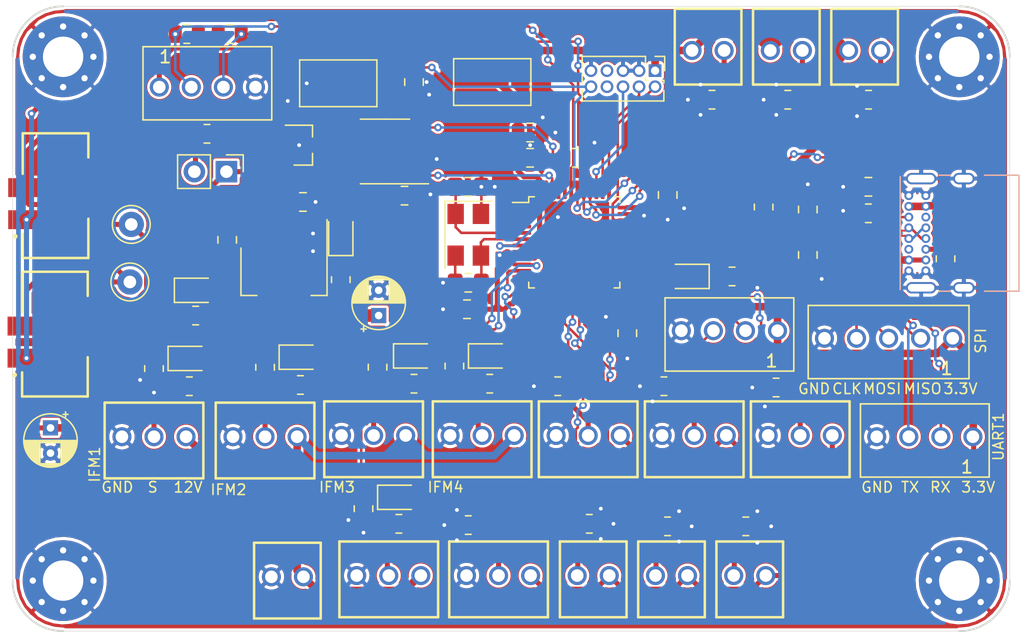
<source format=kicad_pcb>
(kicad_pcb (version 20171130) (host pcbnew "(5.1.8)-1")
  (layers (0 F.Cu signal) (31 B.Cu signal) (34 B.Paste user) (35 F.Paste user) (36 B.SilkS user) (37 F.SilkS user) (38 B.Mask user) (39 F.Mask user) (44 Edge.Cuts user))
  (net 0 "")
  (net 1 "Net-(C1-Pad1)")
  (net 2 GND)
  (net 3 "Net-(C2-Pad1)")
  (net 4 +5V)
  (net 5 /RST)
  (net 6 +3V3)
  (net 7 /USB+)
  (net 8 /USB-)
  (net 9 /CANH)
  (net 10 /CANL)
  (net 11 "Net-(D1-Pad1)")
  (net 12 "Net-(D2-Pad1)")
  (net 13 "Net-(D3-Pad1)")
  (net 14 "Net-(D3-Pad2)")
  (net 15 "Net-(D4-Pad2)")
  (net 16 /IFM0)
  (net 17 /IFM1)
  (net 18 "Net-(D6-Pad2)")
  (net 19 /IFM2)
  (net 20 "Net-(D7-Pad2)")
  (net 21 "Net-(D8-Pad2)")
  (net 22 /IFM3)
  (net 23 /IFM4)
  (net 24 "Net-(D9-Pad2)")
  (net 25 "Net-(J1-PadA5)")
  (net 26 "Net-(J1-PadA8)")
  (net 27 "Net-(J1-PadB8)")
  (net 28 "Net-(J1-PadB5)")
  (net 29 /RX)
  (net 30 /TX)
  (net 31 /SWDIO)
  (net 32 /SWO)
  (net 33 "Net-(J3-Pad7)")
  (net 34 "Net-(J3-Pad8)")
  (net 35 +12V)
  (net 36 /IO4)
  (net 37 /IO8)
  (net 38 "Net-(J9-Pad2)")
  (net 39 "Net-(J10-Pad2)")
  (net 40 /IO0)
  (net 41 /IO5)
  (net 42 /IO1)
  (net 43 /IO6)
  (net 44 /USART3_TX)
  (net 45 /USART3_RX)
  (net 46 /IO7)
  (net 47 /IO2)
  (net 48 "Net-(J18-Pad2)")
  (net 49 "Net-(J19-Pad2)")
  (net 50 /IO3)
  (net 51 /I2C_SDA)
  (net 52 /I2C_SCL)
  (net 53 "Net-(J22-Pad2)")
  (net 54 /SPI_SCK)
  (net 55 /MISO)
  (net 56 /MOSI)
  (net 57 "Net-(JP1-Pad2)")
  (net 58 /BOOT0)
  (net 59 "Net-(U1-Pad1)")
  (net 60 "Net-(U1-Pad2)")
  (net 61 "Net-(U1-Pad3)")
  (net 62 "Net-(U1-Pad4)")
  (net 63 /SWCLK)
  (net 64 /CANRX)
  (net 65 /CANTX)
  (net 66 "Net-(U3-Pad5)")
  (net 67 "Net-(U3-Pad8)")
  (net 68 /IO9)
  (net 69 /CLK)
  (module AREA_lib_Connector:690367290476 (layer F.Cu) (at 88.9 115.5 270)
    (fp_text reference J4 hide)
    (fp_text value CON_CAN)
    (pad 1 smd rect (at 1.905 2.25 270) (size 1.5 3) (layers F.Cu F.Paste F.Mask) (net 4 +5V))
    (pad 3 smd rect (at -0.635 2.25 270) (size 1.5 3) (layers F.Cu F.Paste F.Mask) (net 10 /CANL))
    (pad 2 smd rect (at 0.635 -2.25 270) (size 1.5 3) (layers F.Cu F.Paste F.Mask) (net 9 /CANH))
    (pad 4 smd rect (at -1.905 -2.25 270) (size 1.5 3) (layers F.Cu F.Paste F.Mask) (net 2 GND))
  )
  (module AREA_lib_Connector:Wuerth_2.54mm_4pins_61900411121 (layer F.Cu) (at 157.77 134.6)
    (fp_text reference J2 hide)
    (fp_text value CON_debug)
    (fp_text user 1 (at 3.34 2.4) (layer F.SilkS))
    (pad 4 thru_hole circle (at -3.81 0) (size 1.508 1.508) (drill 1) (layers *.Cu *.Mask) (net 2 GND))
    (pad 3 thru_hole circle (at -1.27 0) (size 1.508 1.508) (drill 1) (layers *.Cu *.Mask) (net 30 /TX))
    (pad 2 thru_hole circle (at 1.27 0) (size 1.508 1.508) (drill 1) (layers *.Cu *.Mask) (net 29 /RX))
    (pad 1 thru_hole circle (at 3.81 0) (size 1.508 1.508) (drill 1) (layers *.Cu *.Mask) (net 6 +3V3))
  )
  (module AREA_lib_Connector:Wuerth_2.54mm_3pins_61900311121 (layer F.Cu) (at 96.7 134.9)
    (fp_text reference J9 hide)
    (fp_text value IFM0)
    (pad 1 thru_hole circle (at 2.54 -0.3) (size 1.508 1.508) (drill 1) (layers *.Cu *.Mask) (net 35 +12V))
    (pad 2 thru_hole circle (at 0 -0.3) (size 1.508 1.508) (drill 1) (layers *.Cu *.Mask) (net 38 "Net-(J9-Pad2)"))
    (pad 3 thru_hole circle (at -2.54 -0.3) (size 1.508 1.508) (drill 1) (layers *.Cu *.Mask) (net 2 GND))
  )
  (module Connector_USB:USB_C_Receptacle_GCT_USB4085 (layer B.Cu) (at 156.5 115.5 270)
    (fp_text reference J1 hide)
    (fp_text value USB_C_Receptacle_USB2.0)
    (pad S1 thru_hole oval (at 7.3 -4.36 270) (size 0.9 1.7) (drill oval 0.6 1.4) (layers *.Cu *.Mask) (net 2 GND))
    (pad S1 thru_hole oval (at -1.35 -4.36 270) (size 0.9 1.7) (drill oval 0.6 1.4) (layers *.Cu *.Mask) (net 2 GND))
    (pad S1 thru_hole oval (at 7.3 -0.98 270) (size 0.9 2.4) (drill oval 0.6 2.1) (layers *.Cu *.Mask) (net 2 GND))
    (pad S1 thru_hole oval (at -1.35 -0.98 270) (size 0.9 2.4) (drill oval 0.6 2.1) (layers *.Cu *.Mask) (net 2 GND))
    (pad B6 thru_hole circle (at 3.4 -1.35 270) (size 0.7 0.7) (drill 0.4) (layers *.Cu *.Mask) (net 7 /USB+))
    (pad B1 thru_hole circle (at 5.95 -1.35 270) (size 0.7 0.7) (drill 0.4) (layers *.Cu *.Mask) (net 2 GND))
    (pad B4 thru_hole circle (at 5.1 -1.35 270) (size 0.7 0.7) (drill 0.4) (layers *.Cu *.Mask) (net 4 +5V))
    (pad B5 thru_hole circle (at 4.25 -1.35 270) (size 0.7 0.7) (drill 0.4) (layers *.Cu *.Mask) (net 28 "Net-(J1-PadB5)"))
    (pad B12 thru_hole circle (at 0 -1.35 270) (size 0.7 0.7) (drill 0.4) (layers *.Cu *.Mask) (net 2 GND))
    (pad B8 thru_hole circle (at 1.7 -1.35 270) (size 0.7 0.7) (drill 0.4) (layers *.Cu *.Mask) (net 27 "Net-(J1-PadB8)"))
    (pad B7 thru_hole circle (at 2.55 -1.35 270) (size 0.7 0.7) (drill 0.4) (layers *.Cu *.Mask) (net 8 /USB-))
    (pad B9 thru_hole circle (at 0.85 -1.35 270) (size 0.7 0.7) (drill 0.4) (layers *.Cu *.Mask) (net 4 +5V))
    (pad A12 thru_hole circle (at 5.95 0 270) (size 0.7 0.7) (drill 0.4) (layers *.Cu *.Mask) (net 2 GND))
    (pad A9 thru_hole circle (at 5.1 0 270) (size 0.7 0.7) (drill 0.4) (layers *.Cu *.Mask) (net 4 +5V))
    (pad A8 thru_hole circle (at 4.25 0 270) (size 0.7 0.7) (drill 0.4) (layers *.Cu *.Mask) (net 26 "Net-(J1-PadA8)"))
    (pad A7 thru_hole circle (at 3.4 0 270) (size 0.7 0.7) (drill 0.4) (layers *.Cu *.Mask) (net 8 /USB-))
    (pad A6 thru_hole circle (at 2.55 0 270) (size 0.7 0.7) (drill 0.4) (layers *.Cu *.Mask) (net 7 /USB+))
    (pad A5 thru_hole circle (at 1.7 0 270) (size 0.7 0.7) (drill 0.4) (layers *.Cu *.Mask) (net 25 "Net-(J1-PadA5)"))
    (pad A4 thru_hole circle (at 0.85 0 270) (size 0.7 0.7) (drill 0.4) (layers *.Cu *.Mask) (net 4 +5V))
    (pad A1 thru_hole circle (at 0 0 270) (size 0.7 0.7) (drill 0.4) (layers *.Cu *.Mask) (net 2 GND))
  )
  (module AREA_lib_Connector:Wuerth_2.54mm_3pins_61900311121 (layer F.Cu) (at 114.1 134.8)
    (fp_text reference J19 hide)
    (fp_text value IFM3)
    (pad 1 thru_hole circle (at 2.54 -0.3) (size 1.508 1.508) (drill 1) (layers *.Cu *.Mask) (net 35 +12V))
    (pad 2 thru_hole circle (at 0 -0.3) (size 1.508 1.508) (drill 1) (layers *.Cu *.Mask) (net 49 "Net-(J19-Pad2)"))
    (pad 3 thru_hole circle (at -2.54 -0.3) (size 1.508 1.508) (drill 1) (layers *.Cu *.Mask) (net 2 GND))
  )
  (module Resistor_SMD:R_0805_2012Metric (layer F.Cu) (at 140.9125 107.9 180)
    (fp_text reference R30 hide)
    (fp_text value 10K)
    (pad 2 smd roundrect (at 0.9125 0 180) (size 1.025 1.4) (layers F.Cu F.Paste F.Mask) (roundrect_rratio 0.243902) (net 2 GND))
    (pad 1 smd roundrect (at -0.9125 0 180) (size 1.025 1.4) (layers F.Cu F.Paste F.Mask) (roundrect_rratio 0.243902) (net 68 /IO9))
  )
  (module Resistor_SMD:R_0805_2012Metric (layer F.Cu) (at 102.7 102.7)
    (fp_text reference R29 hide)
    (fp_text value 4.7k)
    (pad 2 smd roundrect (at 0.9125 0) (size 1.025 1.4) (layers F.Cu F.Paste F.Mask) (roundrect_rratio 0.243902) (net 52 /I2C_SCL))
    (pad 1 smd roundrect (at -0.9125 0) (size 1.025 1.4) (layers F.Cu F.Paste F.Mask) (roundrect_rratio 0.243902) (net 6 +3V3))
  )
  (module Resistor_SMD:R_0805_2012Metric (layer F.Cu) (at 99.3 102.7 180)
    (fp_text reference R28 hide)
    (fp_text value 4.7k)
    (pad 2 smd roundrect (at 0.9125 0 180) (size 1.025 1.4) (layers F.Cu F.Paste F.Mask) (roundrect_rratio 0.243902) (net 51 /I2C_SDA))
    (pad 1 smd roundrect (at -0.9125 0 180) (size 1.025 1.4) (layers F.Cu F.Paste F.Mask) (roundrect_rratio 0.243902) (net 6 +3V3))
  )
  (module AREA_lib_Connector:Wuerth_2.54mm_2pins_61900211121 (layer F.Cu) (at 140.6 103.7 180)
    (fp_text reference J24 hide)
    (fp_text value BTN)
    (pad 1 thru_hole circle (at 1.27 -0.3 180) (size 1.508 1.508) (drill 1) (layers *.Cu *.Mask) (net 6 +3V3))
    (pad 2 thru_hole circle (at -1.27 -0.3 180) (size 1.508 1.508) (drill 1) (layers *.Cu *.Mask) (net 68 /IO9))
  )
  (module Capacitor_SMD:C_0805_2012Metric_Pad1.18x1.45mm_HandSolder (layer F.Cu) (at 121.6 114.8)
    (fp_text reference C1 hide)
    (fp_text value 18p)
    (pad 2 smd roundrect (at 1.0375 0) (size 1.175 1.45) (layers F.Cu F.Paste F.Mask) (roundrect_rratio 0.212766) (net 2 GND))
    (pad 1 smd roundrect (at -1.0375 0) (size 1.175 1.45) (layers F.Cu F.Paste F.Mask) (roundrect_rratio 0.212766) (net 1 "Net-(C1-Pad1)"))
  )
  (module Capacitor_SMD:C_0805_2012Metric_Pad1.18x1.45mm_HandSolder (layer F.Cu) (at 121.6 122.4 180)
    (fp_text reference C2 hide)
    (fp_text value 18p)
    (pad 2 smd roundrect (at 1.0375 0 180) (size 1.175 1.45) (layers F.Cu F.Paste F.Mask) (roundrect_rratio 0.212766) (net 2 GND))
    (pad 1 smd roundrect (at -1.0375 0 180) (size 1.175 1.45) (layers F.Cu F.Paste F.Mask) (roundrect_rratio 0.212766) (net 3 "Net-(C2-Pad1)"))
  )
  (module Capacitor_THT:CP_Radial_D4.0mm_P2.00mm (layer F.Cu) (at 88.5 133.9 270)
    (fp_text reference C3 hide)
    (fp_text value 10u)
    (pad 2 thru_hole circle (at 2 0 270) (size 1.2 1.2) (drill 0.6) (layers *.Cu *.Mask) (net 2 GND))
    (pad 1 thru_hole rect (at 0 0 270) (size 1.2 1.2) (drill 0.6) (layers *.Cu *.Mask) (net 4 +5V))
  )
  (module Capacitor_SMD:C_0805_2012Metric (layer F.Cu) (at 117.3 106.5 270)
    (fp_text reference C4 hide)
    (fp_text value 0.1u)
    (pad 2 smd roundrect (at 0.95 0 270) (size 1 1.45) (layers F.Cu F.Paste F.Mask) (net 2 GND))
    (pad 1 smd roundrect (at -0.95 0 270) (size 1 1.45) (layers F.Cu F.Paste F.Mask) (net 5 /RST))
  )
  (module Capacitor_THT:CP_Radial_D4.0mm_P2.00mm (layer F.Cu) (at 114.5 125 90)
    (fp_text reference C5 hide)
    (fp_text value 10u)
    (pad 2 thru_hole circle (at 2 0 90) (size 1.2 1.2) (drill 0.6) (layers *.Cu *.Mask) (net 2 GND))
    (pad 1 thru_hole rect (at 0 0 90) (size 1.2 1.2) (drill 0.6) (layers *.Cu *.Mask) (net 6 +3V3))
  )
  (module Capacitor_SMD:C_0805_2012Metric (layer F.Cu) (at 102.5 119 270)
    (fp_text reference C6 hide)
    (fp_text value 10u)
    (pad 2 smd roundrect (at 0.95 0 270) (size 1 1.45) (layers F.Cu F.Paste F.Mask) (net 2 GND))
    (pad 1 smd roundrect (at -0.95 0 270) (size 1 1.45) (layers F.Cu F.Paste F.Mask) (net 4 +5V))
  )
  (module Capacitor_SMD:C_0805_2012Metric (layer F.Cu) (at 137.4 115.45 270)
    (fp_text reference C7 hide)
    (fp_text value 100n)
    (pad 2 smd roundrect (at 0.95 0 270) (size 1 1.45) (layers F.Cu F.Paste F.Mask) (net 2 GND))
    (pad 1 smd roundrect (at -0.95 0 270) (size 1 1.45) (layers F.Cu F.Paste F.Mask) (net 6 +3V3))
  )
  (module Capacitor_SMD:C_0805_2012Metric (layer F.Cu) (at 108.5 116)
    (fp_text reference C8 hide)
    (fp_text value 10u)
    (pad 2 smd roundrect (at 0.95 0) (size 1 1.45) (layers F.Cu F.Paste F.Mask) (net 2 GND))
    (pad 1 smd roundrect (at -0.95 0) (size 1 1.45) (layers F.Cu F.Paste F.Mask) (net 6 +3V3))
  )
  (module Capacitor_SMD:C_0805_2012Metric (layer F.Cu) (at 126.5 112.5)
    (fp_text reference C9 hide)
    (fp_text value 100n)
    (pad 2 smd roundrect (at 0.95 0) (size 1 1.45) (layers F.Cu F.Paste F.Mask) (net 2 GND))
    (pad 1 smd roundrect (at -0.95 0) (size 1 1.45) (layers F.Cu F.Paste F.Mask) (net 6 +3V3))
  )
  (module Capacitor_SMD:C_0805_2012Metric (layer F.Cu) (at 121.5 124.5 180)
    (fp_text reference C10 hide)
    (fp_text value 100n)
    (pad 2 smd roundrect (at 0.95 0 180) (size 1 1.45) (layers F.Cu F.Paste F.Mask) (net 2 GND))
    (pad 1 smd roundrect (at -0.95 0 180) (size 1 1.45) (layers F.Cu F.Paste F.Mask) (net 6 +3V3))
  )
  (module Capacitor_SMD:C_0805_2012Metric (layer F.Cu) (at 134.2 126.4 270)
    (fp_text reference C11 hide)
    (fp_text value 10u)
    (pad 2 smd roundrect (at 0.95 0 270) (size 1 1.45) (layers F.Cu F.Paste F.Mask) (net 2 GND))
    (pad 1 smd roundrect (at -0.95 0 270) (size 1 1.45) (layers F.Cu F.Paste F.Mask) (net 6 +3V3))
  )
  (module Capacitor_SMD:C_0805_2012Metric (layer F.Cu) (at 126.5 110.5)
    (fp_text reference C12 hide)
    (fp_text value 100n)
    (pad 2 smd roundrect (at 0.95 0) (size 1 1.45) (layers F.Cu F.Paste F.Mask) (net 2 GND))
    (pad 1 smd roundrect (at -0.95 0) (size 1 1.45) (layers F.Cu F.Paste F.Mask) (net 6 +3V3))
  )
  (module Capacitor_SMD:C_0805_2012Metric (layer F.Cu) (at 148.5 116.6 90)
    (fp_text reference C13 hide)
    (fp_text value 47p)
    (pad 2 smd roundrect (at 0.95 0 90) (size 1 1.45) (layers F.Cu F.Paste F.Mask) (net 2 GND))
    (pad 1 smd roundrect (at -0.95 0 90) (size 1 1.45) (layers F.Cu F.Paste F.Mask) (net 7 /USB+))
  )
  (module Capacitor_SMD:C_0805_2012Metric (layer F.Cu) (at 148.5 120.2 270)
    (fp_text reference C14 hide)
    (fp_text value 47p)
    (pad 2 smd roundrect (at 0.95 0 270) (size 1 1.45) (layers F.Cu F.Paste F.Mask) (net 2 GND))
    (pad 1 smd roundrect (at -0.95 0 270) (size 1 1.45) (layers F.Cu F.Paste F.Mask) (net 8 /USB-))
  )
  (module Capacitor_SMD:C_0805_2012Metric (layer F.Cu) (at 153.3 114.8 180)
    (fp_text reference C15 hide)
    (fp_text value 10u)
    (pad 2 smd roundrect (at 0.95 0 180) (size 1 1.45) (layers F.Cu F.Paste F.Mask) (net 2 GND))
    (pad 1 smd roundrect (at -0.95 0 180) (size 1 1.45) (layers F.Cu F.Paste F.Mask) (net 4 +5V))
  )
  (module Capacitor_SMD:C_0805_2012Metric (layer F.Cu) (at 116.55 115.5)
    (fp_text reference C16 hide)
    (fp_text value 100n)
    (pad 2 smd roundrect (at 0.95 0) (size 1 1.45) (layers F.Cu F.Paste F.Mask) (net 2 GND))
    (pad 1 smd roundrect (at -0.95 0) (size 1 1.45) (layers F.Cu F.Paste F.Mask) (net 6 +3V3))
  )
  (module TestPoint:TestPoint_Loop_D1.80mm_Drill1.0mm_Beaded (layer F.Cu) (at 94.9 117.78 180)
    (fp_text reference CANH1 hide)
    (fp_text value TestPoint)
    (pad 1 thru_hole circle (at 0 0 180) (size 2 2) (drill 1) (layers *.Cu *.Mask) (net 9 /CANH))
  )
  (module TestPoint:TestPoint_Loop_D1.80mm_Drill1.0mm_Beaded (layer F.Cu) (at 94.79 122.34 180)
    (fp_text reference CANL1 hide)
    (fp_text value TestPoint)
    (pad 1 thru_hole circle (at 0 0 180) (size 2 2) (drill 1) (layers *.Cu *.Mask) (net 10 /CANL))
  )
  (module LED_SMD:LED_0805_2012Metric (layer F.Cu) (at 111.5 118.5625 90)
    (fp_text reference D1 hide)
    (fp_text value LED_33V)
    (pad 2 smd roundrect (at 0.9375 0 90) (size 0.975 1.4) (layers F.Cu F.Paste F.Mask) (net 6 +3V3))
    (pad 1 smd roundrect (at -0.9375 0 90) (size 0.975 1.4) (layers F.Cu F.Paste F.Mask) (net 11 "Net-(D1-Pad1)"))
  )
  (module LED_SMD:LED_0805_2012Metric (layer F.Cu) (at 100 123)
    (fp_text reference D2 hide)
    (fp_text value LED_5V)
    (pad 2 smd roundrect (at 0.9375 0) (size 0.975 1.4) (layers F.Cu F.Paste F.Mask) (net 4 +5V))
    (pad 1 smd roundrect (at -0.9375 0) (size 0.975 1.4) (layers F.Cu F.Paste F.Mask) (net 12 "Net-(D2-Pad1)"))
  )
  (module LED_SMD:LED_0805_2012Metric (layer F.Cu) (at 139 121.9 180)
    (fp_text reference D3 hide)
    (fp_text value LED_DEBUG)
    (pad 2 smd roundrect (at 0.9375 0 180) (size 0.975 1.4) (layers F.Cu F.Paste F.Mask) (net 14 "Net-(D3-Pad2)"))
    (pad 1 smd roundrect (at -0.9375 0 180) (size 0.975 1.4) (layers F.Cu F.Paste F.Mask) (net 13 "Net-(D3-Pad1)"))
  )
  (module LED_SMD:LED_0805_2012Metric (layer F.Cu) (at 99.5 128.4)
    (fp_text reference D4 hide)
    (fp_text value IFM0)
    (pad 2 smd roundrect (at 0.9375 0) (size 0.975 1.4) (layers F.Cu F.Paste F.Mask) (net 15 "Net-(D4-Pad2)"))
    (pad 1 smd roundrect (at -0.9375 0) (size 0.975 1.4) (layers F.Cu F.Paste F.Mask) (net 16 /IFM0))
  )
  (module Package_TO_SOT_SMD:SOT-23 (layer F.Cu) (at 108.5 111.5)
    (fp_text reference D5 hide)
    (fp_text value TVS)
    (pad 3 smd rect (at 1 0) (size 0.9 0.8) (layers F.Cu F.Paste F.Mask) (net 2 GND))
    (pad 2 smd rect (at -1 0.95) (size 0.9 0.8) (layers F.Cu F.Paste F.Mask) (net 9 /CANH))
    (pad 1 smd rect (at -1 -0.95) (size 0.9 0.8) (layers F.Cu F.Paste F.Mask) (net 10 /CANL))
  )
  (module LED_SMD:LED_0805_2012Metric (layer F.Cu) (at 108.3 128.3)
    (fp_text reference D6 hide)
    (fp_text value IFM1)
    (pad 2 smd roundrect (at 0.9375 0) (size 0.975 1.4) (layers F.Cu F.Paste F.Mask) (net 18 "Net-(D6-Pad2)"))
    (pad 1 smd roundrect (at -0.9375 0) (size 0.975 1.4) (layers F.Cu F.Paste F.Mask) (net 17 /IFM1))
  )
  (module LED_SMD:LED_0805_2012Metric (layer F.Cu) (at 116.1 139.4)
    (fp_text reference D7 hide)
    (fp_text value IFM2)
    (pad 2 smd roundrect (at 0.9375 0) (size 0.975 1.4) (layers F.Cu F.Paste F.Mask) (net 20 "Net-(D7-Pad2)"))
    (pad 1 smd roundrect (at -0.9375 0) (size 0.975 1.4) (layers F.Cu F.Paste F.Mask) (net 19 /IFM2))
  )
  (module LED_SMD:LED_0805_2012Metric (layer F.Cu) (at 117.3625 128.2)
    (fp_text reference D8 hide)
    (fp_text value IFM3)
    (pad 2 smd roundrect (at 0.9375 0) (size 0.975 1.4) (layers F.Cu F.Paste F.Mask) (net 21 "Net-(D8-Pad2)"))
    (pad 1 smd roundrect (at -0.9375 0) (size 0.975 1.4) (layers F.Cu F.Paste F.Mask) (net 22 /IFM3))
  )
  (module LED_SMD:LED_0805_2012Metric (layer F.Cu) (at 123.3 128.2)
    (fp_text reference D9 hide)
    (fp_text value IFM4)
    (pad 2 smd roundrect (at 0.9375 0) (size 0.975 1.4) (layers F.Cu F.Paste F.Mask) (net 24 "Net-(D9-Pad2)"))
    (pad 1 smd roundrect (at -0.9375 0) (size 0.975 1.4) (layers F.Cu F.Paste F.Mask) (net 23 /IFM4))
  )
  (module MountingHole:MountingHole_3.2mm_M3_Pad_Via (layer F.Cu) (at 160.5 104.5)
    (fp_text reference H1 hide)
    (fp_text value MountingHole_Pad)
    (pad 1 thru_hole circle (at 1.697056 -1.697056) (size 0.8 0.8) (drill 0.5) (layers *.Cu *.Mask) (net 2 GND))
    (pad 1 thru_hole circle (at 0 -2.4) (size 0.8 0.8) (drill 0.5) (layers *.Cu *.Mask) (net 2 GND))
    (pad 1 thru_hole circle (at -1.697056 -1.697056) (size 0.8 0.8) (drill 0.5) (layers *.Cu *.Mask) (net 2 GND))
    (pad 1 thru_hole circle (at -2.4 0) (size 0.8 0.8) (drill 0.5) (layers *.Cu *.Mask) (net 2 GND))
    (pad 1 thru_hole circle (at -1.697056 1.697056) (size 0.8 0.8) (drill 0.5) (layers *.Cu *.Mask) (net 2 GND))
    (pad 1 thru_hole circle (at 0 2.4) (size 0.8 0.8) (drill 0.5) (layers *.Cu *.Mask) (net 2 GND))
    (pad 1 thru_hole circle (at 1.697056 1.697056) (size 0.8 0.8) (drill 0.5) (layers *.Cu *.Mask) (net 2 GND))
    (pad 1 thru_hole circle (at 2.4 0) (size 0.8 0.8) (drill 0.5) (layers *.Cu *.Mask) (net 2 GND))
    (pad 1 thru_hole circle (at 0 0) (size 6.4 6.4) (drill 3.2) (layers *.Cu *.Mask) (net 2 GND))
  )
  (module MountingHole:MountingHole_3.2mm_M3_Pad_Via (layer F.Cu) (at 89.5 104.5)
    (fp_text reference H2 hide)
    (fp_text value MountingHole_Pad)
    (pad 1 thru_hole circle (at 1.697056 -1.697056) (size 0.8 0.8) (drill 0.5) (layers *.Cu *.Mask) (net 2 GND))
    (pad 1 thru_hole circle (at 0 -2.4) (size 0.8 0.8) (drill 0.5) (layers *.Cu *.Mask) (net 2 GND))
    (pad 1 thru_hole circle (at -1.697056 -1.697056) (size 0.8 0.8) (drill 0.5) (layers *.Cu *.Mask) (net 2 GND))
    (pad 1 thru_hole circle (at -2.4 0) (size 0.8 0.8) (drill 0.5) (layers *.Cu *.Mask) (net 2 GND))
    (pad 1 thru_hole circle (at -1.697056 1.697056) (size 0.8 0.8) (drill 0.5) (layers *.Cu *.Mask) (net 2 GND))
    (pad 1 thru_hole circle (at 0 2.4) (size 0.8 0.8) (drill 0.5) (layers *.Cu *.Mask) (net 2 GND))
    (pad 1 thru_hole circle (at 1.697056 1.697056) (size 0.8 0.8) (drill 0.5) (layers *.Cu *.Mask) (net 2 GND))
    (pad 1 thru_hole circle (at 2.4 0) (size 0.8 0.8) (drill 0.5) (layers *.Cu *.Mask) (net 2 GND))
    (pad 1 thru_hole circle (at 0 0) (size 6.4 6.4) (drill 3.2) (layers *.Cu *.Mask) (net 2 GND))
  )
  (module MountingHole:MountingHole_3.2mm_M3_Pad_Via (layer F.Cu) (at 160.5 146)
    (fp_text reference H3 hide)
    (fp_text value MountingHole_Pad)
    (pad 1 thru_hole circle (at 1.697056 -1.697056) (size 0.8 0.8) (drill 0.5) (layers *.Cu *.Mask) (net 2 GND))
    (pad 1 thru_hole circle (at 0 -2.4) (size 0.8 0.8) (drill 0.5) (layers *.Cu *.Mask) (net 2 GND))
    (pad 1 thru_hole circle (at -1.697056 -1.697056) (size 0.8 0.8) (drill 0.5) (layers *.Cu *.Mask) (net 2 GND))
    (pad 1 thru_hole circle (at -2.4 0) (size 0.8 0.8) (drill 0.5) (layers *.Cu *.Mask) (net 2 GND))
    (pad 1 thru_hole circle (at -1.697056 1.697056) (size 0.8 0.8) (drill 0.5) (layers *.Cu *.Mask) (net 2 GND))
    (pad 1 thru_hole circle (at 0 2.4) (size 0.8 0.8) (drill 0.5) (layers *.Cu *.Mask) (net 2 GND))
    (pad 1 thru_hole circle (at 1.697056 1.697056) (size 0.8 0.8) (drill 0.5) (layers *.Cu *.Mask) (net 2 GND))
    (pad 1 thru_hole circle (at 2.4 0) (size 0.8 0.8) (drill 0.5) (layers *.Cu *.Mask) (net 2 GND))
    (pad 1 thru_hole circle (at 0 0) (size 6.4 6.4) (drill 3.2) (layers *.Cu *.Mask) (net 2 GND))
  )
  (module MountingHole:MountingHole_3.2mm_M3_Pad_Via (layer F.Cu) (at 89.5 146)
    (fp_text reference H4 hide)
    (fp_text value MountingHole_Pad)
    (pad 1 thru_hole circle (at 1.697056 -1.697056) (size 0.8 0.8) (drill 0.5) (layers *.Cu *.Mask) (net 2 GND))
    (pad 1 thru_hole circle (at 0 -2.4) (size 0.8 0.8) (drill 0.5) (layers *.Cu *.Mask) (net 2 GND))
    (pad 1 thru_hole circle (at -1.697056 -1.697056) (size 0.8 0.8) (drill 0.5) (layers *.Cu *.Mask) (net 2 GND))
    (pad 1 thru_hole circle (at -2.4 0) (size 0.8 0.8) (drill 0.5) (layers *.Cu *.Mask) (net 2 GND))
    (pad 1 thru_hole circle (at -1.697056 1.697056) (size 0.8 0.8) (drill 0.5) (layers *.Cu *.Mask) (net 2 GND))
    (pad 1 thru_hole circle (at 0 2.4) (size 0.8 0.8) (drill 0.5) (layers *.Cu *.Mask) (net 2 GND))
    (pad 1 thru_hole circle (at 1.697056 1.697056) (size 0.8 0.8) (drill 0.5) (layers *.Cu *.Mask) (net 2 GND))
    (pad 1 thru_hole circle (at 2.4 0) (size 0.8 0.8) (drill 0.5) (layers *.Cu *.Mask) (net 2 GND))
    (pad 1 thru_hole circle (at 0 0) (size 6.4 6.4) (drill 3.2) (layers *.Cu *.Mask) (net 2 GND))
  )
  (module Connector_PinHeader_1.27mm:PinHeader_2x05_P1.27mm_Vertical (layer F.Cu) (at 136.4 105.6 270)
    (fp_text reference J3 hide)
    (fp_text value Conn_ARM_JTAG_SWD_10)
    (pad 10 thru_hole oval (at 1.27 5.08 270) (size 1 1) (drill 0.65) (layers *.Cu *.Mask) (net 5 /RST))
    (pad 9 thru_hole oval (at 0 5.08 270) (size 1 1) (drill 0.65) (layers *.Cu *.Mask) (net 2 GND))
    (pad 8 thru_hole oval (at 1.27 3.81 270) (size 1 1) (drill 0.65) (layers *.Cu *.Mask) (net 34 "Net-(J3-Pad8)"))
    (pad 7 thru_hole oval (at 0 3.81 270) (size 1 1) (drill 0.65) (layers *.Cu *.Mask) (net 33 "Net-(J3-Pad7)"))
    (pad 6 thru_hole oval (at 1.27 2.54 270) (size 1 1) (drill 0.65) (layers *.Cu *.Mask) (net 32 /SWO))
    (pad 5 thru_hole oval (at 0 2.54 270) (size 1 1) (drill 0.65) (layers *.Cu *.Mask) (net 2 GND))
    (pad 4 thru_hole oval (at 1.27 1.27 270) (size 1 1) (drill 0.65) (layers *.Cu *.Mask) (net 69 /CLK))
    (pad 3 thru_hole oval (at 0 1.27 270) (size 1 1) (drill 0.65) (layers *.Cu *.Mask) (net 2 GND))
    (pad 2 thru_hole oval (at 1.27 0 270) (size 1 1) (drill 0.65) (layers *.Cu *.Mask) (net 31 /SWDIO))
    (pad 1 thru_hole rect (at 0 0 270) (size 1 1) (drill 0.65) (layers *.Cu *.Mask) (net 6 +3V3))
  )
  (module AREA_lib_Connector:Wuerth_2.54mm_2pins_61900211121 (layer F.Cu) (at 107.27 146)
    (fp_text reference J6 hide)
    (fp_text value 12V)
    (pad 1 thru_hole circle (at 1.27 -0.3) (size 1.508 1.508) (drill 1) (layers *.Cu *.Mask) (net 35 +12V))
    (pad 2 thru_hole circle (at -1.27 -0.3) (size 1.508 1.508) (drill 1) (layers *.Cu *.Mask) (net 2 GND))
  )
  (module AREA_lib_Connector:Wuerth_2.54mm_2pins_61900211121 (layer F.Cu) (at 131.5 145.9)
    (fp_text reference J7 hide)
    (fp_text value BTN)
    (pad 1 thru_hole circle (at 1.27 -0.3) (size 1.508 1.508) (drill 1) (layers *.Cu *.Mask) (net 6 +3V3))
    (pad 2 thru_hole circle (at -1.27 -0.3) (size 1.508 1.508) (drill 1) (layers *.Cu *.Mask) (net 36 /IO4))
  )
  (module AREA_lib_Connector:Wuerth_2.54mm_2pins_61900211121 (layer F.Cu) (at 146.8 103.7 180)
    (fp_text reference J8 hide)
    (fp_text value BTN)
    (pad 1 thru_hole circle (at 1.27 -0.3 180) (size 1.508 1.508) (drill 1) (layers *.Cu *.Mask) (net 6 +3V3))
    (pad 2 thru_hole circle (at -1.27 -0.3 180) (size 1.508 1.508) (drill 1) (layers *.Cu *.Mask) (net 37 /IO8))
  )
  (module AREA_lib_Connector:Wuerth_2.54mm_3pins_61900311121 (layer F.Cu) (at 105.5 134.9)
    (fp_text reference J10 hide)
    (fp_text value IFM1)
    (pad 1 thru_hole circle (at 2.54 -0.3) (size 1.508 1.508) (drill 1) (layers *.Cu *.Mask) (net 35 +12V))
    (pad 2 thru_hole circle (at 0 -0.3) (size 1.508 1.508) (drill 1) (layers *.Cu *.Mask) (net 39 "Net-(J10-Pad2)"))
    (pad 3 thru_hole circle (at -2.54 -0.3) (size 1.508 1.508) (drill 1) (layers *.Cu *.Mask) (net 2 GND))
  )
  (module AREA_lib_Connector:Wuerth_2.54mm_3pins_61900311121 (layer F.Cu) (at 124 145.9)
    (fp_text reference J11 hide)
    (fp_text value FOURCHE)
    (pad 1 thru_hole circle (at 2.54 -0.3) (size 1.508 1.508) (drill 1) (layers *.Cu *.Mask) (net 6 +3V3))
    (pad 2 thru_hole circle (at 0 -0.3) (size 1.508 1.508) (drill 1) (layers *.Cu *.Mask) (net 40 /IO0))
    (pad 3 thru_hole circle (at -2.54 -0.3) (size 1.508 1.508) (drill 1) (layers *.Cu *.Mask) (net 2 GND))
  )
  (module AREA_lib_Connector:Wuerth_2.54mm_2pins_61900211121 (layer F.Cu) (at 137.7 145.9)
    (fp_text reference J12 hide)
    (fp_text value BTN)
    (pad 1 thru_hole circle (at 1.27 -0.3) (size 1.508 1.508) (drill 1) (layers *.Cu *.Mask) (net 6 +3V3))
    (pad 2 thru_hole circle (at -1.27 -0.3) (size 1.508 1.508) (drill 1) (layers *.Cu *.Mask) (net 41 /IO5))
  )
  (module AREA_lib_Connector:Wuerth_2.54mm_3pins_61900311121 (layer F.Cu) (at 131.1 134.8)
    (fp_text reference J13 hide)
    (fp_text value FOURCHE)
    (pad 1 thru_hole circle (at 2.54 -0.3) (size 1.508 1.508) (drill 1) (layers *.Cu *.Mask) (net 6 +3V3))
    (pad 2 thru_hole circle (at 0 -0.3) (size 1.508 1.508) (drill 1) (layers *.Cu *.Mask) (net 42 /IO1))
    (pad 3 thru_hole circle (at -2.54 -0.3) (size 1.508 1.508) (drill 1) (layers *.Cu *.Mask) (net 2 GND))
  )
  (module AREA_lib_Connector:Wuerth_2.54mm_2pins_61900211121 (layer F.Cu) (at 143.9 145.9)
    (fp_text reference J14 hide)
    (fp_text value BTN)
    (pad 1 thru_hole circle (at 1.27 -0.3) (size 1.508 1.508) (drill 1) (layers *.Cu *.Mask) (net 6 +3V3))
    (pad 2 thru_hole circle (at -1.27 -0.3) (size 1.508 1.508) (drill 1) (layers *.Cu *.Mask) (net 43 /IO6))
  )
  (module AREA_lib_Connector:Wuerth_2.54mm_2pins_61900211121 (layer F.Cu) (at 153 103.7 180)
    (fp_text reference J16 hide)
    (fp_text value BTN)
    (pad 1 thru_hole circle (at 1.27 -0.3 180) (size 1.508 1.508) (drill 1) (layers *.Cu *.Mask) (net 6 +3V3))
    (pad 2 thru_hole circle (at -1.27 -0.3 180) (size 1.508 1.508) (drill 1) (layers *.Cu *.Mask) (net 46 /IO7))
  )
  (module AREA_lib_Connector:Wuerth_2.54mm_3pins_61900311121 (layer F.Cu) (at 139.5 134.8)
    (fp_text reference J17 hide)
    (fp_text value FOURCHE)
    (pad 1 thru_hole circle (at 2.54 -0.3) (size 1.508 1.508) (drill 1) (layers *.Cu *.Mask) (net 6 +3V3))
    (pad 2 thru_hole circle (at 0 -0.3) (size 1.508 1.508) (drill 1) (layers *.Cu *.Mask) (net 47 /IO2))
    (pad 3 thru_hole circle (at -2.54 -0.3) (size 1.508 1.508) (drill 1) (layers *.Cu *.Mask) (net 2 GND))
  )
  (module AREA_lib_Connector:Wuerth_2.54mm_3pins_61900311121 (layer F.Cu) (at 115.3 145.9)
    (fp_text reference J18 hide)
    (fp_text value IFM2)
    (pad 1 thru_hole circle (at 2.54 -0.3) (size 1.508 1.508) (drill 1) (layers *.Cu *.Mask) (net 35 +12V))
    (pad 2 thru_hole circle (at 0 -0.3) (size 1.508 1.508) (drill 1) (layers *.Cu *.Mask) (net 48 "Net-(J18-Pad2)"))
    (pad 3 thru_hole circle (at -2.54 -0.3) (size 1.508 1.508) (drill 1) (layers *.Cu *.Mask) (net 2 GND))
  )
  (module AREA_lib_Connector:Wuerth_2.54mm_3pins_61900311121 (layer F.Cu) (at 147.9 134.8)
    (fp_text reference J20 hide)
    (fp_text value FOURCHE)
    (pad 1 thru_hole circle (at 2.54 -0.3) (size 1.508 1.508) (drill 1) (layers *.Cu *.Mask) (net 6 +3V3))
    (pad 2 thru_hole circle (at 0 -0.3) (size 1.508 1.508) (drill 1) (layers *.Cu *.Mask) (net 50 /IO3))
    (pad 3 thru_hole circle (at -2.54 -0.3) (size 1.508 1.508) (drill 1) (layers *.Cu *.Mask) (net 2 GND))
  )
  (module AREA_lib_Connector:Wuerth_2.54mm_3pins_61900311121 (layer F.Cu) (at 122.7 134.8)
    (fp_text reference J22 hide)
    (fp_text value IFM4)
    (pad 1 thru_hole circle (at 2.54 -0.3) (size 1.508 1.508) (drill 1) (layers *.Cu *.Mask) (net 35 +12V))
    (pad 2 thru_hole circle (at 0 -0.3) (size 1.508 1.508) (drill 1) (layers *.Cu *.Mask) (net 53 "Net-(J22-Pad2)"))
    (pad 3 thru_hole circle (at -2.54 -0.3) (size 1.508 1.508) (drill 1) (layers *.Cu *.Mask) (net 2 GND))
  )
  (module Connector_PinHeader_2.54mm:PinHeader_1x02_P2.54mm_Vertical (layer F.Cu) (at 102.44 113.6 270)
    (fp_text reference 120 hide)
    (fp_text value JUMPER)
    (pad 2 thru_hole oval (at 0 2.54 270) (size 1.7 1.7) (drill 1) (layers *.Cu *.Mask) (net 57 "Net-(JP1-Pad2)"))
    (pad 1 thru_hole rect (at 0 0 270) (size 1.7 1.7) (drill 1) (layers *.Cu *.Mask) (net 9 /CANH))
  )
  (module Resistor_SMD:R_0805_2012Metric (layer F.Cu) (at 111.5 122.154999 90)
    (fp_text reference R1 hide)
    (fp_text value 270)
    (pad 2 smd roundrect (at 0.9125 0 90) (size 1.025 1.4) (layers F.Cu F.Paste F.Mask) (roundrect_rratio 0.243902) (net 11 "Net-(D1-Pad1)"))
    (pad 1 smd roundrect (at -0.9125 0 90) (size 1.025 1.4) (layers F.Cu F.Paste F.Mask) (roundrect_rratio 0.243902) (net 2 GND))
  )
  (module Resistor_SMD:R_0805_2012Metric (layer F.Cu) (at 130.0875 112.5 180)
    (fp_text reference R2 hide)
    (fp_text value 10k)
    (pad 2 smd roundrect (at 0.9125 0 180) (size 1.025 1.4) (layers F.Cu F.Paste F.Mask) (roundrect_rratio 0.243902) (net 58 /BOOT0))
    (pad 1 smd roundrect (at -0.9125 0 180) (size 1.025 1.4) (layers F.Cu F.Paste F.Mask) (roundrect_rratio 0.243902) (net 2 GND))
  )
  (module Resistor_SMD:R_0805_2012Metric (layer F.Cu) (at 100 125 180)
    (fp_text reference R3 hide)
    (fp_text value 270)
    (pad 2 smd roundrect (at 0.9125 0 180) (size 1.025 1.4) (layers F.Cu F.Paste F.Mask) (roundrect_rratio 0.243902) (net 12 "Net-(D2-Pad1)"))
    (pad 1 smd roundrect (at -0.9125 0 180) (size 1.025 1.4) (layers F.Cu F.Paste F.Mask) (roundrect_rratio 0.243902) (net 2 GND))
  )
  (module Resistor_SMD:R_0805_2012Metric (layer F.Cu) (at 145 116.4 270)
    (fp_text reference R4 hide)
    (fp_text value 1.5k)
    (pad 2 smd roundrect (at 0.9125 0 270) (size 1.025 1.4) (layers F.Cu F.Paste F.Mask) (roundrect_rratio 0.243902) (net 7 /USB+))
    (pad 1 smd roundrect (at -0.9125 0 270) (size 1.025 1.4) (layers F.Cu F.Paste F.Mask) (roundrect_rratio 0.243902) (net 6 +3V3))
  )
  (module Resistor_SMD:R_0805_2012Metric (layer F.Cu) (at 131.1875 141.5)
    (fp_text reference R5 hide)
    (fp_text value 10K)
    (pad 2 smd roundrect (at 0.9125 0) (size 1.025 1.4) (layers F.Cu F.Paste F.Mask) (roundrect_rratio 0.243902) (net 2 GND))
    (pad 1 smd roundrect (at -0.9125 0) (size 1.025 1.4) (layers F.Cu F.Paste F.Mask) (roundrect_rratio 0.243902) (net 36 /IO4))
  )
  (module Resistor_SMD:R_0805_2012Metric (layer F.Cu) (at 146.9125 107.9 180)
    (fp_text reference R6 hide)
    (fp_text value 10K)
    (pad 2 smd roundrect (at 0.9125 0 180) (size 1.025 1.4) (layers F.Cu F.Paste F.Mask) (roundrect_rratio 0.243902) (net 2 GND))
    (pad 1 smd roundrect (at -0.9125 0 180) (size 1.025 1.4) (layers F.Cu F.Paste F.Mask) (roundrect_rratio 0.243902) (net 37 /IO8))
  )
  (module Resistor_SMD:R_0805_2012Metric (layer F.Cu) (at 99.5 130.6)
    (fp_text reference R7 hide)
    (fp_text value 1K)
    (pad 2 smd roundrect (at 0.9125 0) (size 1.025 1.4) (layers F.Cu F.Paste F.Mask) (roundrect_rratio 0.243902) (net 15 "Net-(D4-Pad2)"))
    (pad 1 smd roundrect (at -0.9125 0) (size 1.025 1.4) (layers F.Cu F.Paste F.Mask) (roundrect_rratio 0.243902) (net 38 "Net-(J9-Pad2)"))
  )
  (module Resistor_SMD:R_0805_2012Metric (layer F.Cu) (at 142.5 121.9 180)
    (fp_text reference R8 hide)
    (fp_text value 270)
    (pad 2 smd roundrect (at 0.9125 0 180) (size 1.025 1.4) (layers F.Cu F.Paste F.Mask) (roundrect_rratio 0.243902) (net 13 "Net-(D3-Pad1)"))
    (pad 1 smd roundrect (at -0.9125 0 180) (size 1.025 1.4) (layers F.Cu F.Paste F.Mask) (roundrect_rratio 0.243902) (net 2 GND))
  )
  (module Resistor_SMD:R_0805_2012Metric (layer F.Cu) (at 108.3 130.5)
    (fp_text reference R9 hide)
    (fp_text value 1K)
    (pad 2 smd roundrect (at 0.9125 0) (size 1.025 1.4) (layers F.Cu F.Paste F.Mask) (roundrect_rratio 0.243902) (net 18 "Net-(D6-Pad2)"))
    (pad 1 smd roundrect (at -0.9125 0) (size 1.025 1.4) (layers F.Cu F.Paste F.Mask) (roundrect_rratio 0.243902) (net 39 "Net-(J10-Pad2)"))
  )
  (module Resistor_SMD:R_0805_2012Metric (layer F.Cu) (at 100.9 110.6 180)
    (fp_text reference R10 hide)
    (fp_text value 120)
    (pad 2 smd roundrect (at 0.9125 0 180) (size 1.025 1.4) (layers F.Cu F.Paste F.Mask) (roundrect_rratio 0.243902) (net 57 "Net-(JP1-Pad2)"))
    (pad 1 smd roundrect (at -0.9125 0 180) (size 1.025 1.4) (layers F.Cu F.Paste F.Mask) (roundrect_rratio 0.243902) (net 10 /CANL))
  )
  (module Resistor_SMD:R_0805_2012Metric (layer F.Cu) (at 153.3 116.9 180)
    (fp_text reference R11 hide)
    (fp_text value 5.1k)
    (pad 2 smd roundrect (at 0.9125 0 180) (size 1.025 1.4) (layers F.Cu F.Paste F.Mask) (roundrect_rratio 0.243902) (net 2 GND))
    (pad 1 smd roundrect (at -0.9125 0 180) (size 1.025 1.4) (layers F.Cu F.Paste F.Mask) (roundrect_rratio 0.243902) (net 25 "Net-(J1-PadA5)"))
  )
  (module Resistor_SMD:R_0805_2012Metric (layer F.Cu) (at 159.4125 120.5 270)
    (fp_text reference R12 hide)
    (fp_text value 5.1k)
    (pad 2 smd roundrect (at 0.9125 0 270) (size 1.025 1.4) (layers F.Cu F.Paste F.Mask) (roundrect_rratio 0.243902) (net 2 GND))
    (pad 1 smd roundrect (at -0.9125 0 270) (size 1.025 1.4) (layers F.Cu F.Paste F.Mask) (roundrect_rratio 0.243902) (net 28 "Net-(J1-PadB5)"))
  )
  (module Resistor_SMD:R_0805_2012Metric (layer F.Cu) (at 121.6 141.6 180)
    (fp_text reference R13 hide)
    (fp_text value 10K)
    (pad 2 smd roundrect (at 0.9125 0 180) (size 1.025 1.4) (layers F.Cu F.Paste F.Mask) (roundrect_rratio 0.243902) (net 2 GND))
    (pad 1 smd roundrect (at -0.9125 0 180) (size 1.025 1.4) (layers F.Cu F.Paste F.Mask) (roundrect_rratio 0.243902) (net 40 /IO0))
  )
  (module Resistor_SMD:R_0805_2012Metric (layer F.Cu) (at 137.3875 141.7)
    (fp_text reference R14 hide)
    (fp_text value 10K)
    (pad 2 smd roundrect (at 0.9125 0) (size 1.025 1.4) (layers F.Cu F.Paste F.Mask) (roundrect_rratio 0.243902) (net 2 GND))
    (pad 1 smd roundrect (at -0.9125 0) (size 1.025 1.4) (layers F.Cu F.Paste F.Mask) (roundrect_rratio 0.243902) (net 41 /IO5))
  )
  (module Resistor_SMD:R_0805_2012Metric (layer F.Cu) (at 96.7 129.2 270)
    (fp_text reference R15 hide)
    (fp_text value 270)
    (pad 2 smd roundrect (at 0.9125 0 270) (size 1.025 1.4) (layers F.Cu F.Paste F.Mask) (roundrect_rratio 0.243902) (net 2 GND))
    (pad 1 smd roundrect (at -0.9125 0 270) (size 1.025 1.4) (layers F.Cu F.Paste F.Mask) (roundrect_rratio 0.243902) (net 16 /IFM0))
  )
  (module Resistor_SMD:R_0805_2012Metric (layer F.Cu) (at 105.5 129.1 270)
    (fp_text reference R16 hide)
    (fp_text value 270)
    (pad 2 smd roundrect (at 0.9125 0 270) (size 1.025 1.4) (layers F.Cu F.Paste F.Mask) (roundrect_rratio 0.243902) (net 2 GND))
    (pad 1 smd roundrect (at -0.9125 0 270) (size 1.025 1.4) (layers F.Cu F.Paste F.Mask) (roundrect_rratio 0.243902) (net 17 /IFM1))
  )
  (module Resistor_SMD:R_0805_2012Metric (layer F.Cu) (at 143.5875 141.7)
    (fp_text reference R17 hide)
    (fp_text value 10K)
    (pad 2 smd roundrect (at 0.9125 0) (size 1.025 1.4) (layers F.Cu F.Paste F.Mask) (roundrect_rratio 0.243902) (net 2 GND))
    (pad 1 smd roundrect (at -0.9125 0) (size 1.025 1.4) (layers F.Cu F.Paste F.Mask) (roundrect_rratio 0.243902) (net 43 /IO6))
  )
  (module Resistor_SMD:R_0805_2012Metric (layer F.Cu) (at 128.6875 130.6 180)
    (fp_text reference R18 hide)
    (fp_text value 10K)
    (pad 2 smd roundrect (at 0.9125 0 180) (size 1.025 1.4) (layers F.Cu F.Paste F.Mask) (roundrect_rratio 0.243902) (net 2 GND))
    (pad 1 smd roundrect (at -0.9125 0 180) (size 1.025 1.4) (layers F.Cu F.Paste F.Mask) (roundrect_rratio 0.243902) (net 42 /IO1))
  )
  (module Resistor_SMD:R_0805_2012Metric (layer F.Cu) (at 153.3125 107.9 180)
    (fp_text reference R19 hide)
    (fp_text value 10K)
    (pad 2 smd roundrect (at 0.9125 0 180) (size 1.025 1.4) (layers F.Cu F.Paste F.Mask) (roundrect_rratio 0.243902) (net 2 GND))
    (pad 1 smd roundrect (at -0.9125 0 180) (size 1.025 1.4) (layers F.Cu F.Paste F.Mask) (roundrect_rratio 0.243902) (net 46 /IO7))
  )
  (module Resistor_SMD:R_0805_2012Metric (layer F.Cu) (at 116.1 141.5)
    (fp_text reference R20 hide)
    (fp_text value 1K)
    (pad 2 smd roundrect (at 0.9125 0) (size 1.025 1.4) (layers F.Cu F.Paste F.Mask) (roundrect_rratio 0.243902) (net 20 "Net-(D7-Pad2)"))
    (pad 1 smd roundrect (at -0.9125 0) (size 1.025 1.4) (layers F.Cu F.Paste F.Mask) (roundrect_rratio 0.243902) (net 48 "Net-(J18-Pad2)"))
  )
  (module Resistor_SMD:R_0805_2012Metric (layer F.Cu) (at 117.3 130.4)
    (fp_text reference R21 hide)
    (fp_text value 1K)
    (pad 2 smd roundrect (at 0.9125 0) (size 1.025 1.4) (layers F.Cu F.Paste F.Mask) (roundrect_rratio 0.243902) (net 21 "Net-(D8-Pad2)"))
    (pad 1 smd roundrect (at -0.9125 0) (size 1.025 1.4) (layers F.Cu F.Paste F.Mask) (roundrect_rratio 0.243902) (net 49 "Net-(J19-Pad2)"))
  )
  (module Resistor_SMD:R_0805_2012Metric (layer F.Cu) (at 137.1 130.6 180)
    (fp_text reference R22 hide)
    (fp_text value 10K)
    (pad 2 smd roundrect (at 0.9125 0 180) (size 1.025 1.4) (layers F.Cu F.Paste F.Mask) (roundrect_rratio 0.243902) (net 2 GND))
    (pad 1 smd roundrect (at -0.9125 0 180) (size 1.025 1.4) (layers F.Cu F.Paste F.Mask) (roundrect_rratio 0.243902) (net 47 /IO2))
  )
  (module Resistor_SMD:R_0805_2012Metric (layer F.Cu) (at 113.3 140.3 270)
    (fp_text reference R23 hide)
    (fp_text value 270)
    (pad 2 smd roundrect (at 0.9125 0 270) (size 1.025 1.4) (layers F.Cu F.Paste F.Mask) (roundrect_rratio 0.243902) (net 2 GND))
    (pad 1 smd roundrect (at -0.9125 0 270) (size 1.025 1.4) (layers F.Cu F.Paste F.Mask) (roundrect_rratio 0.243902) (net 19 /IFM2))
  )
  (module Resistor_SMD:R_0805_2012Metric (layer F.Cu) (at 114.4125 129.0875 270)
    (fp_text reference R24 hide)
    (fp_text value 270)
    (pad 2 smd roundrect (at 0.9125 0 270) (size 1.025 1.4) (layers F.Cu F.Paste F.Mask) (roundrect_rratio 0.243902) (net 2 GND))
    (pad 1 smd roundrect (at -0.9125 0 270) (size 1.025 1.4) (layers F.Cu F.Paste F.Mask) (roundrect_rratio 0.243902) (net 22 /IFM3))
  )
  (module Resistor_SMD:R_0805_2012Metric (layer F.Cu) (at 145.9875 130.7 180)
    (fp_text reference R25 hide)
    (fp_text value 10K)
    (pad 2 smd roundrect (at 0.9125 0 180) (size 1.025 1.4) (layers F.Cu F.Paste F.Mask) (roundrect_rratio 0.243902) (net 2 GND))
    (pad 1 smd roundrect (at -0.9125 0 180) (size 1.025 1.4) (layers F.Cu F.Paste F.Mask) (roundrect_rratio 0.243902) (net 50 /IO3))
  )
  (module Resistor_SMD:R_0805_2012Metric (layer F.Cu) (at 123.3 130.4)
    (fp_text reference R26 hide)
    (fp_text value 1K)
    (pad 2 smd roundrect (at 0.9125 0) (size 1.025 1.4) (layers F.Cu F.Paste F.Mask) (roundrect_rratio 0.243902) (net 24 "Net-(D9-Pad2)"))
    (pad 1 smd roundrect (at -0.9125 0) (size 1.025 1.4) (layers F.Cu F.Paste F.Mask) (roundrect_rratio 0.243902) (net 53 "Net-(J22-Pad2)"))
  )
  (module Resistor_SMD:R_0805_2012Metric (layer F.Cu) (at 120.5 129 270)
    (fp_text reference R27 hide)
    (fp_text value 270)
    (pad 2 smd roundrect (at 0.9125 0 270) (size 1.025 1.4) (layers F.Cu F.Paste F.Mask) (roundrect_rratio 0.243902) (net 2 GND))
    (pad 1 smd roundrect (at -0.9125 0 270) (size 1.025 1.4) (layers F.Cu F.Paste F.Mask) (roundrect_rratio 0.243902) (net 23 /IFM4))
  )
  (module Button_Switch_SMD:SW_SPST_CK_RS282G05A3 (layer F.Cu) (at 123.5 106.5)
    (fp_text reference SW1 hide)
    (fp_text value BOOT)
    (pad 2 smd rect (at 3.9 0) (size 1.5 1.5) (layers F.Cu F.Paste F.Mask) (net 58 /BOOT0))
    (pad 1 smd rect (at -3.9 0) (size 1.5 1.5) (layers F.Cu F.Paste F.Mask) (net 6 +3V3))
  )
  (module Button_Switch_SMD:SW_SPST_CK_RS282G05A3 (layer F.Cu) (at 111.3 106.6)
    (fp_text reference SW2 hide)
    (fp_text value RST)
    (pad 2 smd rect (at 3.9 0) (size 1.5 1.5) (layers F.Cu F.Paste F.Mask) (net 5 /RST))
    (pad 1 smd rect (at -3.9 0) (size 1.5 1.5) (layers F.Cu F.Paste F.Mask) (net 2 GND))
  )
  (module Package_QFP:LQFP-48_7x7mm_P0.5mm (layer F.Cu) (at 130 119.2)
    (fp_text reference U1 hide)
    (fp_text value STM32F302C6Tx)
    (pad 48 smd roundrect (at -2.75 -4.1625) (size 0.3 1.475) (layers F.Cu F.Paste F.Mask) (net 6 +3V3))
    (pad 47 smd roundrect (at -2.25 -4.1625) (size 0.3 1.475) (layers F.Cu F.Paste F.Mask) (net 2 GND))
    (pad 46 smd roundrect (at -1.75 -4.1625) (size 0.3 1.475) (layers F.Cu F.Paste F.Mask) (net 65 /CANTX))
    (pad 45 smd roundrect (at -1.25 -4.1625) (size 0.3 1.475) (layers F.Cu F.Paste F.Mask) (net 64 /CANRX))
    (pad 44 smd roundrect (at -0.75 -4.1625) (size 0.3 1.475) (layers F.Cu F.Paste F.Mask) (net 58 /BOOT0))
    (pad 43 smd roundrect (at -0.25 -4.1625) (size 0.3 1.475) (layers F.Cu F.Paste F.Mask) (net 51 /I2C_SDA))
    (pad 42 smd roundrect (at 0.25 -4.1625) (size 0.3 1.475) (layers F.Cu F.Paste F.Mask) (net 68 /IO9))
    (pad 41 smd roundrect (at 0.75 -4.1625) (size 0.3 1.475) (layers F.Cu F.Paste F.Mask) (net 37 /IO8))
    (pad 40 smd roundrect (at 1.25 -4.1625) (size 0.3 1.475) (layers F.Cu F.Paste F.Mask) (net 46 /IO7))
    (pad 39 smd roundrect (at 1.75 -4.1625) (size 0.3 1.475) (layers F.Cu F.Paste F.Mask) (net 32 /SWO))
    (pad 38 smd roundrect (at 2.25 -4.1625) (size 0.3 1.475) (layers F.Cu F.Paste F.Mask) (net 52 /I2C_SCL))
    (pad 37 smd roundrect (at 2.75 -4.1625) (size 0.3 1.475) (layers F.Cu F.Paste F.Mask) (net 63 /SWCLK))
    (pad 36 smd roundrect (at 4.1625 -2.75) (size 1.475 0.3) (layers F.Cu F.Paste F.Mask) (net 6 +3V3))
    (pad 35 smd roundrect (at 4.1625 -2.25) (size 1.475 0.3) (layers F.Cu F.Paste F.Mask) (net 2 GND))
    (pad 34 smd roundrect (at 4.1625 -1.75) (size 1.475 0.3) (layers F.Cu F.Paste F.Mask) (net 31 /SWDIO))
    (pad 33 smd roundrect (at 4.1625 -1.25) (size 1.475 0.3) (layers F.Cu F.Paste F.Mask) (net 7 /USB+))
    (pad 32 smd roundrect (at 4.1625 -0.75) (size 1.475 0.3) (layers F.Cu F.Paste F.Mask) (net 8 /USB-))
    (pad 31 smd roundrect (at 4.1625 -0.25) (size 1.475 0.3) (layers F.Cu F.Paste F.Mask) (net 29 /RX))
    (pad 30 smd roundrect (at 4.1625 0.25) (size 1.475 0.3) (layers F.Cu F.Paste F.Mask) (net 30 /TX))
    (pad 29 smd roundrect (at 4.1625 0.75) (size 1.475 0.3) (layers F.Cu F.Paste F.Mask) (net 50 /IO3))
    (pad 28 smd roundrect (at 4.1625 1.25) (size 1.475 0.3) (layers F.Cu F.Paste F.Mask) (net 56 /MOSI))
    (pad 27 smd roundrect (at 4.1625 1.75) (size 1.475 0.3) (layers F.Cu F.Paste F.Mask) (net 55 /MISO))
    (pad 26 smd roundrect (at 4.1625 2.25) (size 1.475 0.3) (layers F.Cu F.Paste F.Mask) (net 54 /SPI_SCK))
    (pad 25 smd roundrect (at 4.1625 2.75) (size 1.475 0.3) (layers F.Cu F.Paste F.Mask) (net 14 "Net-(D3-Pad2)"))
    (pad 24 smd roundrect (at 2.75 4.1625) (size 0.3 1.475) (layers F.Cu F.Paste F.Mask) (net 6 +3V3))
    (pad 23 smd roundrect (at 2.25 4.1625) (size 0.3 1.475) (layers F.Cu F.Paste F.Mask) (net 2 GND))
    (pad 22 smd roundrect (at 1.75 4.1625) (size 0.3 1.475) (layers F.Cu F.Paste F.Mask) (net 45 /USART3_RX))
    (pad 21 smd roundrect (at 1.25 4.1625) (size 0.3 1.475) (layers F.Cu F.Paste F.Mask) (net 44 /USART3_TX))
    (pad 20 smd roundrect (at 0.75 4.1625) (size 0.3 1.475) (layers F.Cu F.Paste F.Mask) (net 43 /IO6))
    (pad 19 smd roundrect (at 0.25 4.1625) (size 0.3 1.475) (layers F.Cu F.Paste F.Mask) (net 41 /IO5))
    (pad 18 smd roundrect (at -0.25 4.1625) (size 0.3 1.475) (layers F.Cu F.Paste F.Mask) (net 36 /IO4))
    (pad 17 smd roundrect (at -0.75 4.1625) (size 0.3 1.475) (layers F.Cu F.Paste F.Mask) (net 47 /IO2))
    (pad 16 smd roundrect (at -1.25 4.1625) (size 0.3 1.475) (layers F.Cu F.Paste F.Mask) (net 42 /IO1))
    (pad 15 smd roundrect (at -1.75 4.1625) (size 0.3 1.475) (layers F.Cu F.Paste F.Mask) (net 40 /IO0))
    (pad 14 smd roundrect (at -2.25 4.1625) (size 0.3 1.475) (layers F.Cu F.Paste F.Mask) (net 23 /IFM4))
    (pad 13 smd roundrect (at -2.75 4.1625) (size 0.3 1.475) (layers F.Cu F.Paste F.Mask) (net 22 /IFM3))
    (pad 12 smd roundrect (at -4.1625 2.75) (size 1.475 0.3) (layers F.Cu F.Paste F.Mask) (net 19 /IFM2))
    (pad 11 smd roundrect (at -4.1625 2.25) (size 1.475 0.3) (layers F.Cu F.Paste F.Mask) (net 17 /IFM1))
    (pad 10 smd roundrect (at -4.1625 1.75) (size 1.475 0.3) (layers F.Cu F.Paste F.Mask) (net 16 /IFM0))
    (pad 9 smd roundrect (at -4.1625 1.25) (size 1.475 0.3) (layers F.Cu F.Paste F.Mask) (net 6 +3V3))
    (pad 8 smd roundrect (at -4.1625 0.75) (size 1.475 0.3) (layers F.Cu F.Paste F.Mask) (net 2 GND))
    (pad 7 smd roundrect (at -4.1625 0.25) (size 1.475 0.3) (layers F.Cu F.Paste F.Mask) (net 5 /RST))
    (pad 6 smd roundrect (at -4.1625 -0.25) (size 1.475 0.3) (layers F.Cu F.Paste F.Mask) (net 3 "Net-(C2-Pad1)"))
    (pad 5 smd roundrect (at -4.1625 -0.75) (size 1.475 0.3) (layers F.Cu F.Paste F.Mask) (net 1 "Net-(C1-Pad1)"))
    (pad 4 smd roundrect (at -4.1625 -1.25) (size 1.475 0.3) (layers F.Cu F.Paste F.Mask) (net 62 "Net-(U1-Pad4)"))
    (pad 3 smd roundrect (at -4.1625 -1.75) (size 1.475 0.3) (layers F.Cu F.Paste F.Mask) (net 61 "Net-(U1-Pad3)"))
    (pad 2 smd roundrect (at -4.1625 -2.25) (size 1.475 0.3) (layers F.Cu F.Paste F.Mask) (net 60 "Net-(U1-Pad2)"))
    (pad 1 smd roundrect (at -4.1625 -2.75) (size 1.475 0.3) (layers F.Cu F.Paste F.Mask) (net 59 "Net-(U1-Pad1)"))
  )
  (module Package_TO_SOT_SMD:SOT-223-3_TabPin2 (layer F.Cu) (at 107 121.5 270)
    (fp_text reference U2 hide)
    (fp_text value NCP1117-3.3_SOT223)
    (pad 1 smd rect (at -3.15 -2.3 270) (size 2 1.5) (layers F.Cu F.Paste F.Mask) (net 2 GND))
    (pad 3 smd rect (at -3.15 2.3 270) (size 2 1.5) (layers F.Cu F.Paste F.Mask) (net 4 +5V))
    (pad 2 smd rect (at -3.15 0 270) (size 2 1.5) (layers F.Cu F.Paste F.Mask) (net 6 +3V3))
    (pad 2 smd rect (at 3.15 0 270) (size 2 3.8) (layers F.Cu F.Paste F.Mask) (net 6 +3V3))
  )
  (module Package_SO:SOIC-8_3.9x4.9mm_P1.27mm (layer F.Cu) (at 115 112 180)
    (fp_text reference U3 hide)
    (fp_text value SN65HVD232)
    (pad 8 smd roundrect (at 2.475 -1.905 180) (size 1.95 0.6) (layers F.Cu F.Paste F.Mask) (net 67 "Net-(U3-Pad8)"))
    (pad 7 smd roundrect (at 2.475 -0.635 180) (size 1.95 0.6) (layers F.Cu F.Paste F.Mask) (net 9 /CANH))
    (pad 6 smd roundrect (at 2.475 0.635 180) (size 1.95 0.6) (layers F.Cu F.Paste F.Mask) (net 10 /CANL))
    (pad 5 smd roundrect (at 2.475 1.905 180) (size 1.95 0.6) (layers F.Cu F.Paste F.Mask) (net 66 "Net-(U3-Pad5)"))
    (pad 4 smd roundrect (at -2.475 1.905 180) (size 1.95 0.6) (layers F.Cu F.Paste F.Mask) (net 64 /CANRX))
    (pad 3 smd roundrect (at -2.475 0.635 180) (size 1.95 0.6) (layers F.Cu F.Paste F.Mask) (net 6 +3V3))
    (pad 2 smd roundrect (at -2.475 -0.635 180) (size 1.95 0.6) (layers F.Cu F.Paste F.Mask) (net 2 GND))
    (pad 1 smd roundrect (at -2.475 -1.905 180) (size 1.95 0.6) (layers F.Cu F.Paste F.Mask) (net 65 /CANTX))
  )
  (module Crystal:Crystal_SMD_5032-4Pin_5.0x3.2mm (layer F.Cu) (at 121.6 118.6 270)
    (fp_text reference Y1 hide)
    (fp_text value 8MHz)
    (pad 4 smd rect (at -1.65 -1 270) (size 1.6 1.3) (layers F.Cu F.Paste F.Mask) (net 2 GND))
    (pad 3 smd rect (at 1.65 -1 270) (size 1.6 1.3) (layers F.Cu F.Paste F.Mask) (net 3 "Net-(C2-Pad1)"))
    (pad 2 smd rect (at 1.65 1 270) (size 1.6 1.3) (layers F.Cu F.Paste F.Mask) (net 2 GND))
    (pad 1 smd rect (at -1.65 1 270) (size 1.6 1.3) (layers F.Cu F.Paste F.Mask) (net 1 "Net-(C1-Pad1)"))
  )
  (module AREA_lib_Connector:Wuerth_2.54mm_4pins_61900411121 (layer F.Cu) (at 142.29 126.2)
    (fp_text reference J15 hide)
    (fp_text value CON_UART)
    (fp_text user 1 (at 3.34 2.4) (layer F.SilkS))
    (pad 4 thru_hole circle (at -3.81 0) (size 1.508 1.508) (drill 1) (layers *.Cu *.Mask) (net 2 GND))
    (pad 3 thru_hole circle (at -1.27 0) (size 1.508 1.508) (drill 1) (layers *.Cu *.Mask) (net 44 /USART3_TX))
    (pad 2 thru_hole circle (at 1.27 0) (size 1.508 1.508) (drill 1) (layers *.Cu *.Mask) (net 45 /USART3_RX))
    (pad 1 thru_hole circle (at 3.81 0) (size 1.508 1.508) (drill 1) (layers *.Cu *.Mask) (net 6 +3V3))
  )
  (module AREA_lib_Connector:Wuerth_2.54mm_4pins_61900411121 (layer F.Cu) (at 100.93 106.9 180)
    (fp_text reference J21 hide)
    (fp_text value CON_I2C)
    (fp_text user 1 (at 3.34 2.4) (layer F.SilkS))
    (pad 4 thru_hole circle (at -3.81 0 180) (size 1.508 1.508) (drill 1) (layers *.Cu *.Mask) (net 2 GND))
    (pad 3 thru_hole circle (at -1.27 0 180) (size 1.508 1.508) (drill 1) (layers *.Cu *.Mask) (net 52 /I2C_SCL))
    (pad 2 thru_hole circle (at 1.27 0 180) (size 1.508 1.508) (drill 1) (layers *.Cu *.Mask) (net 51 /I2C_SDA))
    (pad 1 thru_hole circle (at 3.81 0 180) (size 1.508 1.508) (drill 1) (layers *.Cu *.Mask) (net 6 +3V3))
  )
  (module AREA_lib_Connector:Wuerth_2.54mm_5pins_61900511121 (layer F.Cu) (at 154.9 126.8)
    (fp_text reference J23 hide)
    (fp_text value SPI)
    (fp_text user 1 (at 4.61 2.4) (layer F.SilkS))
    (pad 5 thru_hole circle (at -5.08 0) (size 1.508 1.508) (drill 1) (layers *.Cu *.Mask) (net 2 GND))
    (pad 4 thru_hole circle (at -2.54 0) (size 1.508 1.508) (drill 1) (layers *.Cu *.Mask) (net 54 /SPI_SCK))
    (pad 3 thru_hole circle (at 0 0) (size 1.508 1.508) (drill 1) (layers *.Cu *.Mask) (net 55 /MISO))
    (pad 2 thru_hole circle (at 2.54 0) (size 1.508 1.508) (drill 1) (layers *.Cu *.Mask) (net 56 /MOSI))
    (pad 1 thru_hole circle (at 5.08 0) (size 1.508 1.508) (drill 1) (layers *.Cu *.Mask) (net 6 +3V3))
  )
  (module AREA_lib_Connector:690367290476 (layer F.Cu) (at 88.85 126.47 270)
    (fp_text reference J5 hide)
    (fp_text value CON_CAN)
    (pad 4 smd rect (at -1.905 -2.25 270) (size 1.5 3) (layers F.Cu F.Paste F.Mask) (net 2 GND))
    (pad 2 smd rect (at 0.635 -2.25 270) (size 1.5 3) (layers F.Cu F.Paste F.Mask) (net 9 /CANH))
    (pad 3 smd rect (at -0.635 2.25 270) (size 1.5 3) (layers F.Cu F.Paste F.Mask) (net 10 /CANL))
    (pad 1 smd rect (at 1.905 2.25 270) (size 1.5 3) (layers F.Cu F.Paste F.Mask) (net 4 +5V))
  )
  (gr_text IFM4 (at 119.8 138.6) (layer F.SilkS) (effects (font (size 0.83 0.83) (thickness 0.12))))
  (gr_text IFM3 (at 111.2 138.6) (layer F.SilkS) (effects (font (size 0.83 0.83) (thickness 0.12))))
  (gr_text IFM2 (at 102.6 138.8) (layer F.SilkS) (effects (font (size 0.83 0.83) (thickness 0.12))))
  (gr_text IFM1 (at 92 136.8 90) (layer F.SilkS) (effects (font (size 0.83 0.83) (thickness 0.12))))
  (gr_text 12V (at 99.4 138.6) (layer F.SilkS) (effects (font (size 0.83 0.83) (thickness 0.12))))
  (gr_text S (at 96.6 138.6) (layer F.SilkS) (effects (font (size 0.83 0.83) (thickness 0.12))))
  (gr_text GND (at 93.8 138.6) (layer F.SilkS) (effects (font (size 0.83 0.83) (thickness 0.12))))
  (gr_text UART1 (at 163.6 134.6 90) (layer F.SilkS) (effects (font (size 0.83 0.83) (thickness 0.12))))
  (gr_text 3.3V (at 162 138.6) (layer F.SilkS) (effects (font (size 0.83 0.83) (thickness 0.12))))
  (gr_text RX (at 159 138.6) (layer F.SilkS) (effects (font (size 0.83 0.83) (thickness 0.12))))
  (gr_text TX (at 156.6 138.6) (layer F.SilkS) (effects (font (size 0.83 0.83) (thickness 0.12))))
  (gr_text GND (at 154 138.6) (layer F.SilkS) (effects (font (size 0.83 0.83) (thickness 0.12))))
  (gr_text SPI (at 162.2 127 90) (layer F.SilkS) (effects (font (size 0.83 0.83) (thickness 0.12))))
  (gr_text 3.3V (at 160.6 130.8) (layer F.SilkS) (effects (font (size 0.83 0.83) (thickness 0.12))))
  (gr_text MISO (at 157.6 130.8) (layer F.SilkS) (effects (font (size 0.83 0.83) (thickness 0.12))))
  (gr_text MOSI (at 154.4 130.8) (layer F.SilkS) (effects (font (size 0.83 0.83) (thickness 0.12))))
  (gr_text CLK (at 151.6 130.8) (layer F.SilkS) (effects (font (size 0.83 0.83) (thickness 0.12))))
  (gr_text GND (at 149 130.8) (layer F.SilkS) (effects (font (size 0.83 0.83) (thickness 0.12))))
  (gr_line (start 89.5 150) (end 160.5 150) (layer Edge.Cuts) (width 0.0381))
  (gr_line (start 85.5 104.5) (end 85.5 146) (layer Edge.Cuts) (width 0.0381))
  (gr_line (start 160.5 100.5) (end 89.5 100.5) (layer Edge.Cuts) (width 0.0381))
  (gr_line (start 164.5 146) (end 164.5 104.5) (layer Edge.Cuts) (width 0.0381))
  (gr_arc (start 160.5 146) (end 160.5 150) (angle -90) (layer Edge.Cuts) (width 0.1524))
  (gr_arc (start 89.5 146) (end 85.5 146) (angle -90) (layer Edge.Cuts) (width 0.1524))
  (gr_arc (start 89.5 104.5) (end 89.5 100.5) (angle -90) (layer Edge.Cuts) (width 0.1524))
  (gr_arc (start 160.5 104.5) (end 164.5 104.5) (angle -90) (layer Edge.Cuts) (width 0.1524))
  (segment (start 125.8375 118.45) (end 121.05 118.45) (width 0.2) (layer F.Cu) (net 1))
  (segment (start 120.6 118) (end 120.6 116.95) (width 0.2) (layer F.Cu) (net 1))
  (segment (start 121.05 118.45) (end 120.6 118) (width 0.2) (layer F.Cu) (net 1))
  (segment (start 120.6 114.8375) (end 120.5625 114.8) (width 0.2) (layer F.Cu) (net 1))
  (segment (start 120.6 116.95) (end 120.6 114.8375) (width 0.2) (layer F.Cu) (net 1))
  (via (at 109.5 116) (size 0.6) (drill 0.3) (layers F.Cu B.Cu) (net 2))
  (via (at 109.3 118.5) (size 0.6) (drill 0.3) (layers F.Cu B.Cu) (net 2))
  (via (at 124.086227 120.213773) (size 0.6) (drill 0.3) (layers F.Cu B.Cu) (net 2))
  (segment (start 125.8375 119.95) (end 124.429962 119.95) (width 0.2) (layer F.Cu) (net 2))
  (segment (start 124.429962 119.95) (end 124.166189 120.213773) (width 0.2) (layer F.Cu) (net 2))
  (segment (start 124.166189 120.213773) (end 124.086227 120.213773) (width 0.2) (layer F.Cu) (net 2))
  (via (at 135.525206 117.08697) (size 0.6) (drill 0.3) (layers F.Cu B.Cu) (net 2))
  (segment (start 135.388236 116.95) (end 135.525206 117.08697) (width 0.2) (layer F.Cu) (net 2))
  (segment (start 134.1625 116.95) (end 135.388236 116.95) (width 0.2) (layer F.Cu) (net 2))
  (via (at 138.7 116.5) (size 0.6) (drill 0.3) (layers F.Cu B.Cu) (net 2))
  (via (at 137.4 117.4) (size 0.6) (drill 0.3) (layers F.Cu B.Cu) (net 2))
  (via (at 148.5 114.6) (size 0.6) (drill 0.3) (layers F.Cu B.Cu) (net 2))
  (via (at 149.6 122.1) (size 0.6) (drill 0.3) (layers F.Cu B.Cu) (net 2))
  (via (at 151.3 114.8) (size 0.6) (drill 0.3) (layers F.Cu B.Cu) (net 2))
  (via (at 151.3 116.7) (size 0.6) (drill 0.3) (layers F.Cu B.Cu) (net 2))
  (via (at 144.5 122.8) (size 0.6) (drill 0.3) (layers F.Cu B.Cu) (net 2))
  (segment (start 122.6375 116.9125) (end 122.6 116.95) (width 0.2) (layer F.Cu) (net 2))
  (segment (start 122.6375 114.8) (end 122.6375 114.8) (width 0.2) (layer F.Cu) (net 2))
  (segment (start 120.5625 120.2875) (end 120.6 120.25) (width 0.2) (layer F.Cu) (net 2))
  (segment (start 120.5625 122.4) (end 120.5625 120.2875) (width 0.2) (layer F.Cu) (net 2))
  (via (at 128.7 117.2) (size 0.6) (drill 0.3) (layers F.Cu B.Cu) (net 2))
  (segment (start 127.75 116.25) (end 128.7 117.2) (width 0.2) (layer F.Cu) (net 2))
  (segment (start 127.75 115.0375) (end 127.75 116.25) (width 0.2) (layer F.Cu) (net 2))
  (via (at 140 106.7) (size 0.6) (drill 0.3) (layers F.Cu B.Cu) (net 2))
  (via (at 139 107.9) (size 0.6) (drill 0.3) (layers F.Cu B.Cu) (net 2))
  (via (at 140 109.1) (size 0.6) (drill 0.3) (layers F.Cu B.Cu) (net 2))
  (via (at 146 109.1) (size 0.6) (drill 0.3) (layers F.Cu B.Cu) (net 2))
  (via (at 145 107.9) (size 0.6) (drill 0.3) (layers F.Cu B.Cu) (net 2))
  (via (at 146 106.7) (size 0.6) (drill 0.3) (layers F.Cu B.Cu) (net 2))
  (via (at 152.4 109.2) (size 0.6) (drill 0.3) (layers F.Cu B.Cu) (net 2))
  (via (at 152.4 106.8) (size 0.6) (drill 0.3) (layers F.Cu B.Cu) (net 2))
  (via (at 132.5 125.1) (size 0.6) (drill 0.3) (layers F.Cu B.Cu) (net 2))
  (segment (start 132.25 124.85) (end 132.5 125.1) (width 0.2) (layer F.Cu) (net 2))
  (segment (start 132.25 123.3625) (end 132.25 124.85) (width 0.2) (layer F.Cu) (net 2))
  (via (at 126.5 111.5) (size 0.6) (drill 0.3) (layers F.Cu B.Cu) (net 2))
  (via (at 131.6 111.3) (size 0.6) (drill 0.3) (layers F.Cu B.Cu) (net 2))
  (via (at 119.1 112.6) (size 0.6) (drill 0.3) (layers F.Cu B.Cu) (net 2))
  (via (at 118.6 115.4) (size 0.6) (drill 0.3) (layers F.Cu B.Cu) (net 2))
  (via (at 109.3 119.9) (size 0.6) (drill 0.3) (layers F.Cu B.Cu) (net 2))
  (via (at 108.2 111.5) (size 0.6) (drill 0.3) (layers F.Cu B.Cu) (net 2))
  (via (at 118.3 106.5) (size 0.6) (drill 0.3) (layers F.Cu B.Cu) (net 2))
  (via (at 145.1 132.2) (size 0.6) (drill 0.3) (layers F.Cu B.Cu) (net 2))
  (via (at 136.2 131.8) (size 0.6) (drill 0.3) (layers F.Cu B.Cu) (net 2))
  (via (at 134.2 128.4) (size 0.6) (drill 0.3) (layers F.Cu B.Cu) (net 2))
  (via (at 126.8 130.6) (size 0.6) (drill 0.3) (layers F.Cu B.Cu) (net 2))
  (via (at 139.3 141.7) (size 0.6) (drill 0.3) (layers F.Cu B.Cu) (net 2))
  (via (at 132.1 140.3) (size 0.6) (drill 0.3) (layers F.Cu B.Cu) (net 2))
  (via (at 133.1 141.5) (size 0.6) (drill 0.3) (layers F.Cu B.Cu) (net 2))
  (via (at 132.1 142.7) (size 0.6) (drill 0.3) (layers F.Cu B.Cu) (net 2))
  (via (at 138.3 140.5) (size 0.6) (drill 0.3) (layers F.Cu B.Cu) (net 2))
  (via (at 138.3 142.9) (size 0.6) (drill 0.3) (layers F.Cu B.Cu) (net 2))
  (via (at 145.6 141.7) (size 0.6) (drill 0.3) (layers F.Cu B.Cu) (net 2))
  (via (at 144.5 140.5) (size 0.6) (drill 0.3) (layers F.Cu B.Cu) (net 2))
  (via (at 144.5 143) (size 0.6) (drill 0.3) (layers F.Cu B.Cu) (net 2))
  (via (at 120.7 140.4) (size 0.6) (drill 0.3) (layers F.Cu B.Cu) (net 2))
  (via (at 119.7 141.6) (size 0.6) (drill 0.3) (layers F.Cu B.Cu) (net 2))
  (via (at 120.7 142.8) (size 0.6) (drill 0.3) (layers F.Cu B.Cu) (net 2))
  (via (at 113.3 142.2) (size 0.6) (drill 0.3) (layers F.Cu B.Cu) (net 2))
  (via (at 112.1 141.2) (size 0.6) (drill 0.3) (layers F.Cu B.Cu) (net 2))
  (via (at 108.8 106.6) (size 0.6) (drill 0.3) (layers F.Cu B.Cu) (net 2))
  (via (at 107.3 108) (size 0.6) (drill 0.3) (layers F.Cu B.Cu) (net 2))
  (via (at 118.5 107.5) (size 0.6) (drill 0.3) (layers F.Cu B.Cu) (net 2))
  (via (at 127.5 109.3) (size 0.6) (drill 0.3) (layers F.Cu B.Cu) (net 2))
  (via (at 128.5 110.5) (size 0.6) (drill 0.3) (layers F.Cu B.Cu) (net 2))
  (via (at 123.7 114.8) (size 0.6) (drill 0.3) (layers F.Cu B.Cu) (net 2))
  (segment (start 122.6375 114.8) (end 122.6375 116.9125) (width 0.2) (layer F.Cu) (net 2))
  (via (at 122.6375 114.8) (size 0.6) (drill 0.3) (layers F.Cu B.Cu) (net 2))
  (via (at 119.6 124.5) (size 0.6) (drill 0.3) (layers F.Cu B.Cu) (net 2))
  (via (at 119.6 122.4) (size 0.6) (drill 0.3) (layers F.Cu B.Cu) (net 2))
  (via (at 96.7 131.1) (size 0.6) (drill 0.3) (layers F.Cu B.Cu) (net 2))
  (via (at 95.6 130.1) (size 0.6) (drill 0.3) (layers F.Cu B.Cu) (net 2))
  (via (at 135.2 130.6) (size 0.6) (drill 0.3) (layers F.Cu B.Cu) (net 2))
  (via (at 144.1 130.7) (size 0.6) (drill 0.3) (layers F.Cu B.Cu) (net 2))
  (segment (start 122.6375 120.2875) (end 122.6 120.25) (width 0.2) (layer F.Cu) (net 3))
  (segment (start 122.6375 122.4) (end 122.6375 120.2875) (width 0.2) (layer F.Cu) (net 3))
  (segment (start 122.85 118.95) (end 125.8375 118.95) (width 0.2) (layer F.Cu) (net 3))
  (segment (start 122.6 119.2) (end 122.85 118.95) (width 0.2) (layer F.Cu) (net 3))
  (segment (start 122.6 120.25) (end 122.6 119.2) (width 0.2) (layer F.Cu) (net 3))
  (segment (start 102.5 118.05) (end 101.45 118.05) (width 0.6) (layer F.Cu) (net 4))
  (segment (start 101.45 118.05) (end 100.9375 118.5625) (width 0.6) (layer F.Cu) (net 4))
  (segment (start 100.4375 121.4375) (end 100.9375 120.9375) (width 0.6) (layer F.Cu) (net 4))
  (segment (start 100.9375 120.9375) (end 100.9375 121.4375) (width 0.6) (layer F.Cu) (net 4))
  (segment (start 100.9375 118.5625) (end 100.9375 120.9375) (width 0.6) (layer F.Cu) (net 4))
  (segment (start 100.4375 121.4375) (end 100.9375 121.4375) (width 0.6) (layer F.Cu) (net 4))
  (segment (start 100.4375 121.5625) (end 100.9375 122.0625) (width 0.6) (layer F.Cu) (net 4))
  (segment (start 100.4375 121.4375) (end 100.4375 121.5625) (width 0.6) (layer F.Cu) (net 4))
  (segment (start 100.9375 122.0625) (end 100.9375 123) (width 0.6) (layer F.Cu) (net 4))
  (segment (start 100.9375 121.4375) (end 100.9375 122.0625) (width 0.6) (layer F.Cu) (net 4))
  (segment (start 104.4 118.05) (end 104.7 118.35) (width 0.6) (layer F.Cu) (net 4))
  (segment (start 102.5 118.05) (end 104.4 118.05) (width 0.6) (layer F.Cu) (net 4))
  (segment (start 156.5 120.6) (end 157.85 120.6) (width 0.4) (layer F.Cu) (net 4))
  (segment (start 92.6 133.9) (end 88.5 133.9) (width 0.6) (layer F.Cu) (net 4))
  (segment (start 94.4 132.1) (end 92.6 133.9) (width 0.6) (layer F.Cu) (net 4))
  (segment (start 94.4 128.5) (end 94.4 132.1) (width 0.6) (layer F.Cu) (net 4))
  (segment (start 97.4 125.5) (end 94.4 128.5) (width 0.6) (layer F.Cu) (net 4))
  (segment (start 97.4 122.5) (end 97.4 125.5) (width 0.6) (layer F.Cu) (net 4))
  (segment (start 98.4625 121.4375) (end 97.4 122.5) (width 0.6) (layer F.Cu) (net 4))
  (segment (start 100.4375 121.4375) (end 98.4625 121.4375) (width 0.6) (layer F.Cu) (net 4))
  (segment (start 157.9 116.3) (end 157.85 116.35) (width 0.6) (layer F.Cu) (net 4))
  (segment (start 156.5 116.35) (end 157.85 116.35) (width 0.6) (layer F.Cu) (net 4))
  (segment (start 159 116.3) (end 159.10701 116.19299) (width 0.6) (layer F.Cu) (net 4))
  (segment (start 159.4 116.3) (end 159 116.3) (width 0.6) (layer F.Cu) (net 4))
  (segment (start 154.3 114.8) (end 154.3 113.4) (width 0.6) (layer F.Cu) (net 4))
  (segment (start 154.3 113.4) (end 155.30701 112.39299) (width 0.6) (layer F.Cu) (net 4))
  (segment (start 158.49299 112.59299) (end 159.10701 113.20701) (width 0.6) (layer F.Cu) (net 4))
  (segment (start 158.49299 112.39299) (end 158.49299 112.59299) (width 0.6) (layer F.Cu) (net 4))
  (segment (start 155.30701 112.39299) (end 158.49299 112.39299) (width 0.6) (layer F.Cu) (net 4))
  (segment (start 159.10701 113.20701) (end 159.10701 112.39299) (width 0.6) (layer F.Cu) (net 4))
  (segment (start 158.49299 112.39299) (end 159.10701 112.39299) (width 0.6) (layer F.Cu) (net 4))
  (segment (start 158.49299 112.30701) (end 159.10701 111.69299) (width 0.6) (layer F.Cu) (net 4))
  (segment (start 158.49299 112.39299) (end 158.49299 112.30701) (width 0.6) (layer F.Cu) (net 4))
  (segment (start 159.10701 112.39299) (end 159.10701 111.69299) (width 0.6) (layer F.Cu) (net 4))
  (segment (start 158.7 116.21402) (end 159.10701 115.80701) (width 0.6) (layer F.Cu) (net 4))
  (segment (start 158.7 116.3) (end 158.7 116.21402) (width 0.6) (layer F.Cu) (net 4))
  (segment (start 159.10701 115.80701) (end 159.10701 113.20701) (width 0.6) (layer F.Cu) (net 4))
  (segment (start 159.10701 116.19299) (end 159.10701 115.80701) (width 0.6) (layer F.Cu) (net 4))
  (segment (start 159 116.3) (end 158.7 116.3) (width 0.6) (layer F.Cu) (net 4))
  (segment (start 158.7 116.3) (end 157.9 116.3) (width 0.6) (layer F.Cu) (net 4))
  (segment (start 159.10701 116.00701) (end 159.4 116.3) (width 0.6) (layer F.Cu) (net 4))
  (segment (start 159.10701 115.80701) (end 159.10701 116.00701) (width 0.6) (layer F.Cu) (net 4))
  (segment (start 162.13701 123.63701) (end 162.13701 119.03701) (width 0.6) (layer F.Cu) (net 4))
  (segment (start 161.87402 123.9) (end 162.13701 123.63701) (width 0.6) (layer F.Cu) (net 4))
  (segment (start 156.5 123.9) (end 161.87402 123.9) (width 0.6) (layer F.Cu) (net 4))
  (segment (start 155.7 123.1) (end 156.5 123.9) (width 0.6) (layer F.Cu) (net 4))
  (segment (start 155.7 120.6) (end 155.7 123.1) (width 0.6) (layer F.Cu) (net 4))
  (segment (start 162.13701 119.03701) (end 159.4 116.3) (width 0.6) (layer F.Cu) (net 4))
  (segment (start 156.5 120.6) (end 155.7 120.6) (width 0.6) (layer F.Cu) (net 4))
  (segment (start 86.6 128.375) (end 86.6 133.2) (width 0.4) (layer F.Cu) (net 4))
  (segment (start 87.3 133.9) (end 88.5 133.9) (width 0.4) (layer F.Cu) (net 4))
  (segment (start 86.6 133.2) (end 87.3 133.9) (width 0.4) (layer F.Cu) (net 4))
  (via (at 86.6 117.4) (size 0.6) (drill 0.3) (layers F.Cu B.Cu) (net 4))
  (segment (start 86.605 117.405) (end 86.6 117.4) (width 0.4) (layer F.Cu) (net 4))
  (segment (start 86.65 117.405) (end 86.605 117.405) (width 0.4) (layer F.Cu) (net 4))
  (via (at 86.6 128.375) (size 0.6) (drill 0.3) (layers F.Cu B.Cu) (net 4))
  (segment (start 86.6 117.4) (end 86.6 128.375) (width 0.4) (layer B.Cu) (net 4))
  (via (at 87 109) (size 0.6) (drill 0.3) (layers F.Cu B.Cu) (net 4))
  (segment (start 87 117) (end 86.6 117.4) (width 0.4) (layer B.Cu) (net 4))
  (segment (start 87 109) (end 87 117) (width 0.4) (layer B.Cu) (net 4))
  (segment (start 156.8 104.930118) (end 153.342881 101.472999) (width 0.4) (layer F.Cu) (net 4))
  (segment (start 159.10701 111.69299) (end 159.10701 110.70701) (width 0.4) (layer F.Cu) (net 4))
  (segment (start 156.8 108.4) (end 156.8 104.930118) (width 0.4) (layer F.Cu) (net 4))
  (segment (start 153.342881 101.472999) (end 97.746963 101.472999) (width 0.4) (layer F.Cu) (net 4))
  (segment (start 97.746963 101.472999) (end 90.746973 108.472989) (width 0.4) (layer F.Cu) (net 4))
  (segment (start 159.10701 110.70701) (end 156.8 108.4) (width 0.4) (layer F.Cu) (net 4))
  (segment (start 90.746973 108.472989) (end 87.527011 108.472989) (width 0.4) (layer F.Cu) (net 4))
  (segment (start 87.527011 108.472989) (end 87 109) (width 0.4) (layer F.Cu) (net 4))
  (segment (start 116.25 105.55) (end 115.2 106.6) (width 0.4) (layer F.Cu) (net 5))
  (segment (start 117.3 105.55) (end 116.25 105.55) (width 0.4) (layer F.Cu) (net 5))
  (via (at 124.101229 119.486916) (size 0.6) (drill 0.3) (layers F.Cu B.Cu) (net 5))
  (segment (start 125.8375 119.45) (end 124.138145 119.45) (width 0.2) (layer F.Cu) (net 5))
  (segment (start 124.138145 119.45) (end 124.101229 119.486916) (width 0.2) (layer F.Cu) (net 5))
  (via (at 118.71497 105.34491) (size 0.6) (drill 0.3) (layers F.Cu B.Cu) (net 5))
  (segment (start 120.24006 106.87) (end 118.71497 105.34491) (width 0.2) (layer B.Cu) (net 5))
  (segment (start 131.32 106.87) (end 120.24006 106.87) (width 0.2) (layer B.Cu) (net 5))
  (segment (start 117.50509 105.34491) (end 117.3 105.55) (width 0.2) (layer F.Cu) (net 5))
  (segment (start 118.71497 105.34491) (end 117.50509 105.34491) (width 0.2) (layer F.Cu) (net 5))
  (segment (start 125.313084 119.486916) (end 124.101229 119.486916) (width 0.2) (layer B.Cu) (net 5))
  (segment (start 130 114.8) (end 125.313084 119.486916) (width 0.2) (layer B.Cu) (net 5))
  (segment (start 130 108.19) (end 130 114.8) (width 0.2) (layer B.Cu) (net 5))
  (segment (start 131.32 106.87) (end 130 108.19) (width 0.2) (layer B.Cu) (net 5))
  (segment (start 107 118.35) (end 107 124.65) (width 1) (layer F.Cu) (net 6))
  (segment (start 107 116.55) (end 107.55 116) (width 1) (layer F.Cu) (net 6))
  (segment (start 107 118.35) (end 107 116.55) (width 1) (layer F.Cu) (net 6))
  (segment (start 114.732438 116.367562) (end 115.6 115.5) (width 0.6) (layer F.Cu) (net 6))
  (segment (start 111.5 116.735124) (end 111.867562 116.367562) (width 0.6) (layer F.Cu) (net 6))
  (segment (start 111.5 117) (end 111.5 116.735124) (width 0.6) (layer F.Cu) (net 6))
  (segment (start 111.5 116.367562) (end 111.867562 116.367562) (width 0.6) (layer F.Cu) (net 6))
  (segment (start 111.5 116.367562) (end 111.5 117) (width 0.6) (layer F.Cu) (net 6))
  (segment (start 111.5 117) (end 111.5 117.625) (width 0.6) (layer F.Cu) (net 6))
  (segment (start 115.5 115.4) (end 115.6 115.5) (width 0.6) (layer F.Cu) (net 6))
  (segment (start 115.5 112.365) (end 115.5 115.4) (width 0.6) (layer F.Cu) (net 6))
  (segment (start 115.6 112.265) (end 115.5 112.365) (width 0.6) (layer F.Cu) (net 6))
  (segment (start 116 111.865) (end 115.6 112.265) (width 0.6) (layer F.Cu) (net 6))
  (segment (start 116 111.5) (end 116 111.865) (width 0.6) (layer F.Cu) (net 6))
  (segment (start 115.5 112.165) (end 115.5 111) (width 0.6) (layer F.Cu) (net 6))
  (segment (start 115.6 112.265) (end 115.5 112.165) (width 0.6) (layer F.Cu) (net 6))
  (segment (start 115.865 111.365) (end 115.5 111) (width 0.6) (layer F.Cu) (net 6))
  (segment (start 116.365 111.5) (end 115.6 112.265) (width 0.6) (layer F.Cu) (net 6))
  (segment (start 116.365 111.365) (end 116.365 111.5) (width 0.6) (layer F.Cu) (net 6))
  (segment (start 117.475 111.365) (end 116.365 111.365) (width 0.6) (layer F.Cu) (net 6))
  (segment (start 116.365 111.365) (end 115.865 111.365) (width 0.6) (layer F.Cu) (net 6))
  (segment (start 125.55 110.5) (end 125.55 112.5) (width 0.6) (layer F.Cu) (net 6))
  (segment (start 119.6 106.5) (end 124 106.5) (width 0.6) (layer F.Cu) (net 6))
  (segment (start 125.55 108.05) (end 125.55 110.5) (width 0.6) (layer F.Cu) (net 6))
  (segment (start 124.5 106) (end 124.5 106.5) (width 0.6) (layer F.Cu) (net 6))
  (segment (start 124.5 106.5) (end 124.25 106.75) (width 0.6) (layer F.Cu) (net 6))
  (segment (start 124 106.5) (end 124.25 106.75) (width 0.6) (layer F.Cu) (net 6))
  (segment (start 124.5 106) (end 124 106.5) (width 0.6) (layer F.Cu) (net 6))
  (segment (start 124.5 107) (end 125.55 108.05) (width 0.6) (layer F.Cu) (net 6))
  (segment (start 124.5 106.5) (end 124.5 107) (width 0.6) (layer F.Cu) (net 6))
  (segment (start 124.25 106.75) (end 124.5 107) (width 0.6) (layer F.Cu) (net 6))
  (segment (start 126 114) (end 125.55 113.55) (width 0.4) (layer F.Cu) (net 6))
  (segment (start 127 114) (end 126 114) (width 0.4) (layer F.Cu) (net 6))
  (segment (start 127.25 114.25) (end 127 114) (width 0.4) (layer F.Cu) (net 6))
  (segment (start 125.55 113.55) (end 125.55 112.5) (width 0.4) (layer F.Cu) (net 6))
  (segment (start 127.25 115.0375) (end 127.25 114.25) (width 0.4) (layer F.Cu) (net 6))
  (segment (start 124.75 120.45) (end 123.9 121.3) (width 0.4) (layer F.Cu) (net 6))
  (segment (start 125.8375 120.45) (end 124.75 120.45) (width 0.4) (layer F.Cu) (net 6))
  (segment (start 123.9 124.2) (end 124.2 124.5) (width 0.4) (layer F.Cu) (net 6))
  (segment (start 124.2 124.5) (end 123.9 124.5) (width 0.4) (layer F.Cu) (net 6))
  (segment (start 123.9 121.3) (end 123.9 124.1) (width 0.4) (layer F.Cu) (net 6))
  (segment (start 123.9 124.1) (end 123.9 124.5) (width 0.4) (layer F.Cu) (net 6))
  (segment (start 123.9 124.2) (end 123.6 124.5) (width 0.4) (layer F.Cu) (net 6))
  (segment (start 123.9 124.1) (end 123.9 124.2) (width 0.4) (layer F.Cu) (net 6))
  (segment (start 123.6 124.5) (end 122.45 124.5) (width 0.4) (layer F.Cu) (net 6))
  (segment (start 123.9 124.5) (end 123.6 124.5) (width 0.4) (layer F.Cu) (net 6))
  (segment (start 107.35 125) (end 107 124.65) (width 1) (layer F.Cu) (net 6))
  (segment (start 114.5 125) (end 107.35 125) (width 1) (layer F.Cu) (net 6))
  (segment (start 150.44 134.5) (end 150.44 135.96) (width 0.4) (layer F.Cu) (net 6))
  (segment (start 150.44 135.96) (end 149.9 136.5) (width 0.4) (layer F.Cu) (net 6))
  (segment (start 144.04 136.5) (end 142.04 134.5) (width 0.4) (layer F.Cu) (net 6))
  (segment (start 149.9 136.5) (end 144.04 136.5) (width 0.4) (layer F.Cu) (net 6))
  (segment (start 139.94 136.6) (end 142.04 134.5) (width 0.4) (layer F.Cu) (net 6))
  (segment (start 135.74 136.6) (end 139.94 136.6) (width 0.4) (layer F.Cu) (net 6))
  (segment (start 133.64 134.5) (end 135.74 136.6) (width 0.4) (layer F.Cu) (net 6))
  (segment (start 131.688999 146.681001) (end 132.77 145.6) (width 0.4) (layer F.Cu) (net 6))
  (segment (start 127.621001 146.681001) (end 131.688999 146.681001) (width 0.4) (layer F.Cu) (net 6))
  (segment (start 126.54 145.6) (end 127.621001 146.681001) (width 0.4) (layer F.Cu) (net 6))
  (segment (start 137.888999 146.681001) (end 138.97 145.6) (width 0.4) (layer F.Cu) (net 6))
  (segment (start 133.851001 146.681001) (end 137.888999 146.681001) (width 0.4) (layer F.Cu) (net 6))
  (segment (start 132.77 145.6) (end 133.851001 146.681001) (width 0.4) (layer F.Cu) (net 6))
  (segment (start 144.088999 146.681001) (end 145.17 145.6) (width 0.4) (layer F.Cu) (net 6))
  (segment (start 140.051001 146.681001) (end 144.088999 146.681001) (width 0.4) (layer F.Cu) (net 6))
  (segment (start 138.97 145.6) (end 140.051001 146.681001) (width 0.4) (layer F.Cu) (net 6))
  (segment (start 161.64 136.56) (end 161.64 134.8) (width 0.4) (layer F.Cu) (net 6))
  (segment (start 152.6 145.6) (end 161.64 136.56) (width 0.4) (layer F.Cu) (net 6))
  (segment (start 111.5 116) (end 111.5 116.367562) (width 0.6) (layer F.Cu) (net 6))
  (segment (start 108 114.5) (end 110 114.5) (width 0.6) (layer F.Cu) (net 6))
  (segment (start 107.55 114.95) (end 108 114.5) (width 0.6) (layer F.Cu) (net 6))
  (segment (start 107.55 116) (end 107.55 114.95) (width 0.6) (layer F.Cu) (net 6))
  (segment (start 111.5 116) (end 111.867562 116.367562) (width 0.4) (layer F.Cu) (net 6))
  (segment (start 111.8 115.8) (end 112.367562 116.367562) (width 0.4) (layer F.Cu) (net 6))
  (segment (start 112.367562 116.367562) (end 114.732438 116.367562) (width 0.6) (layer F.Cu) (net 6))
  (segment (start 111.867562 116.367562) (end 112.367562 116.367562) (width 0.6) (layer F.Cu) (net 6))
  (segment (start 111.3 115.8) (end 111.8 115.8) (width 0.4) (layer F.Cu) (net 6))
  (segment (start 110 114.5) (end 111.3 115.8) (width 0.6) (layer F.Cu) (net 6))
  (segment (start 111.3 115.8) (end 111.5 116) (width 0.6) (layer F.Cu) (net 6))
  (segment (start 126.85 120.45) (end 125.8375 120.45) (width 0.4) (layer F.Cu) (net 6))
  (segment (start 127.25 120.05) (end 126.85 120.45) (width 0.4) (layer F.Cu) (net 6))
  (segment (start 127.25 115.0375) (end 127.25 120.05) (width 0.4) (layer F.Cu) (net 6))
  (segment (start 150.44 145.56) (end 150.4 145.6) (width 0.4) (layer F.Cu) (net 6))
  (segment (start 150.44 145.04) (end 151 145.6) (width 0.4) (layer F.Cu) (net 6))
  (segment (start 151 145.6) (end 152.6 145.6) (width 0.4) (layer F.Cu) (net 6))
  (segment (start 150.4 145.6) (end 151 145.6) (width 0.4) (layer F.Cu) (net 6))
  (segment (start 150.44 145.04) (end 150.44 145.56) (width 0.4) (layer F.Cu) (net 6))
  (segment (start 150.44 145.06) (end 149.9 145.6) (width 0.4) (layer F.Cu) (net 6))
  (segment (start 150.44 145.04) (end 150.44 145.06) (width 0.4) (layer F.Cu) (net 6))
  (segment (start 149.9 145.6) (end 150.4 145.6) (width 0.4) (layer F.Cu) (net 6))
  (segment (start 145.17 145.6) (end 149.9 145.6) (width 0.4) (layer F.Cu) (net 6))
  (segment (start 150.18 136.5) (end 150.44 136.76) (width 0.4) (layer F.Cu) (net 6))
  (segment (start 149.9 136.5) (end 150.18 136.5) (width 0.4) (layer F.Cu) (net 6))
  (segment (start 150.44 135.96) (end 150.44 136.76) (width 0.4) (layer F.Cu) (net 6))
  (segment (start 149.9 136.52) (end 150.44 137.06) (width 0.4) (layer F.Cu) (net 6))
  (segment (start 149.9 136.5) (end 149.9 136.52) (width 0.4) (layer F.Cu) (net 6))
  (segment (start 150.44 137.06) (end 150.44 145.04) (width 0.4) (layer F.Cu) (net 6))
  (segment (start 150.44 136.76) (end 150.44 137.06) (width 0.4) (layer F.Cu) (net 6))
  (segment (start 119.6 108) (end 119.6 106.5) (width 0.6) (layer F.Cu) (net 6))
  (segment (start 116.6 108.9) (end 118.7 108.9) (width 0.6) (layer F.Cu) (net 6))
  (segment (start 115.5 110) (end 116.6 108.9) (width 0.6) (layer F.Cu) (net 6))
  (segment (start 118.7 108.9) (end 119.6 108) (width 0.6) (layer F.Cu) (net 6))
  (segment (start 115.5 111) (end 115.5 110) (width 0.6) (layer F.Cu) (net 6))
  (segment (start 124.5 106) (end 124.5 105.6) (width 0.6) (layer F.Cu) (net 6))
  (segment (start 124.5 105.6) (end 126.1 104) (width 0.6) (layer F.Cu) (net 6))
  (segment (start 126.1 104) (end 136.4 104) (width 0.6) (layer F.Cu) (net 6))
  (segment (start 136.1 104) (end 136.4 104.3) (width 0.6) (layer F.Cu) (net 6))
  (segment (start 136 104) (end 136.1 104) (width 0.6) (layer F.Cu) (net 6))
  (segment (start 136.4 104) (end 136.4 104.3) (width 0.6) (layer F.Cu) (net 6))
  (segment (start 136.4 104.1) (end 136.5 104) (width 0.6) (layer F.Cu) (net 6))
  (segment (start 136.4 104.3) (end 136.4 104.1) (width 0.6) (layer F.Cu) (net 6))
  (segment (start 136.5 104) (end 136 104) (width 0.4) (layer F.Cu) (net 6))
  (segment (start 139.33 104) (end 136.5 104) (width 0.4) (layer F.Cu) (net 6))
  (segment (start 136.7 104.3) (end 137 104) (width 0.6) (layer F.Cu) (net 6))
  (segment (start 136.4 104.3) (end 136.7 104.3) (width 0.6) (layer F.Cu) (net 6))
  (segment (start 137 104) (end 139.33 104) (width 0.6) (layer F.Cu) (net 6))
  (segment (start 136.4 104) (end 137 104) (width 0.6) (layer F.Cu) (net 6))
  (segment (start 136.4 104.6) (end 137 104) (width 0.6) (layer F.Cu) (net 6))
  (segment (start 136.4 104.3) (end 136.4 104.8) (width 0.6) (layer F.Cu) (net 6))
  (segment (start 136.4 104.8) (end 136.4 105.6) (width 0.6) (layer F.Cu) (net 6))
  (segment (start 136.4 104.6) (end 135.8 104) (width 0.6) (layer F.Cu) (net 6))
  (segment (start 136.4 104.8) (end 136.4 104.6) (width 0.6) (layer F.Cu) (net 6))
  (segment (start 135.8 104) (end 129.3854 104) (width 0.4) (layer F.Cu) (net 6))
  (segment (start 136 104) (end 135.8 104) (width 0.4) (layer F.Cu) (net 6))
  (segment (start 137.4 114.5) (end 141.7 114.5) (width 0.6) (layer F.Cu) (net 6))
  (segment (start 142.6875 115.4875) (end 145 115.4875) (width 0.6) (layer F.Cu) (net 6))
  (segment (start 141.7 114.5) (end 142.6875 115.4875) (width 0.6) (layer F.Cu) (net 6))
  (segment (start 145 115.4875) (end 145.2125 115.4875) (width 0.6) (layer F.Cu) (net 6))
  (segment (start 150.976001 104.753999) (end 151.73 104) (width 0.6) (layer F.Cu) (net 6))
  (segment (start 150.976001 109.723999) (end 150.976001 104.753999) (width 0.6) (layer F.Cu) (net 6))
  (segment (start 145.2125 115.4875) (end 150.976001 109.723999) (width 0.6) (layer F.Cu) (net 6))
  (segment (start 139.33 104) (end 140.63 102.7) (width 0.6) (layer F.Cu) (net 6))
  (segment (start 140.63 102.7) (end 144.23 102.7) (width 0.6) (layer F.Cu) (net 6))
  (segment (start 146.83 102.7) (end 150.43 102.7) (width 0.6) (layer F.Cu) (net 6))
  (segment (start 144.23 102.7) (end 146.83 102.7) (width 0.6) (layer F.Cu) (net 6))
  (segment (start 144.665 103.135) (end 146.135 103.135) (width 0.6) (layer F.Cu) (net 6))
  (segment (start 146.265 103.265) (end 146.83 102.7) (width 0.6) (layer F.Cu) (net 6))
  (segment (start 145.53 104) (end 146.265 103.265) (width 0.6) (layer F.Cu) (net 6))
  (segment (start 146.135 103.135) (end 146.265 103.265) (width 0.6) (layer F.Cu) (net 6))
  (segment (start 144.23 102.7) (end 144.665 103.135) (width 0.6) (layer F.Cu) (net 6))
  (segment (start 144.665 103.135) (end 145.53 104) (width 0.6) (layer F.Cu) (net 6))
  (segment (start 151.115 103.385) (end 151.73 104) (width 0.6) (layer F.Cu) (net 6))
  (segment (start 151.115 104.615) (end 150.976001 104.753999) (width 0.6) (layer F.Cu) (net 6))
  (segment (start 151.115 103.385) (end 151.115 104.615) (width 0.6) (layer F.Cu) (net 6))
  (segment (start 150.865 104.642998) (end 150.976001 104.753999) (width 0.6) (layer F.Cu) (net 6))
  (segment (start 150.865 103.135) (end 150.865 104.642998) (width 0.6) (layer F.Cu) (net 6))
  (segment (start 150.43 102.7) (end 150.865 103.135) (width 0.6) (layer F.Cu) (net 6))
  (segment (start 150.865 103.135) (end 151.115 103.385) (width 0.6) (layer F.Cu) (net 6))
  (segment (start 97.12 104.88) (end 97.12 106.9) (width 0.4) (layer F.Cu) (net 6))
  (segment (start 119.6 104.2) (end 119.2 103.8) (width 0.4) (layer F.Cu) (net 6))
  (segment (start 98.2 103.8) (end 97.12 104.88) (width 0.4) (layer F.Cu) (net 6))
  (segment (start 119.6 106.5) (end 119.6 104.2) (width 0.4) (layer F.Cu) (net 6))
  (segment (start 101 103.7) (end 101.1 103.8) (width 0.2) (layer F.Cu) (net 6))
  (segment (start 101.7875 102.7) (end 101 102.7) (width 0.4) (layer F.Cu) (net 6))
  (segment (start 101 102.7) (end 100.2125 102.7) (width 0.4) (layer F.Cu) (net 6))
  (segment (start 101 103.4) (end 101.4 103.8) (width 0.2) (layer F.Cu) (net 6))
  (segment (start 101.4 103.8) (end 101.1 103.8) (width 0.4) (layer F.Cu) (net 6))
  (segment (start 101 102.7) (end 101 103.4) (width 0.2) (layer F.Cu) (net 6))
  (segment (start 119.2 103.8) (end 101.4 103.8) (width 0.4) (layer F.Cu) (net 6))
  (segment (start 101 103.4) (end 101 103.7) (width 0.2) (layer F.Cu) (net 6))
  (segment (start 101 103.4) (end 100.6 103.8) (width 0.2) (layer F.Cu) (net 6))
  (segment (start 100.6 103.8) (end 98.2 103.8) (width 0.4) (layer F.Cu) (net 6))
  (segment (start 101.1 103.8) (end 100.6 103.8) (width 0.4) (layer F.Cu) (net 6))
  (segment (start 135.45 116.45) (end 137.4 114.5) (width 0.4) (layer F.Cu) (net 6))
  (segment (start 134.1625 116.45) (end 135.45 116.45) (width 0.4) (layer F.Cu) (net 6))
  (segment (start 159.98 126.8) (end 161.6 128.42) (width 0.6) (layer F.Cu) (net 6))
  (segment (start 161.6 134.58) (end 161.58 134.6) (width 0.6) (layer F.Cu) (net 6))
  (segment (start 161.6 128.42) (end 161.6 134.58) (width 0.6) (layer F.Cu) (net 6))
  (segment (start 158.78 128) (end 159.98 126.8) (width 0.6) (layer F.Cu) (net 6))
  (segment (start 146.7 128) (end 158.78 128) (width 0.6) (layer F.Cu) (net 6))
  (segment (start 146.1 127.4) (end 146.7 128) (width 0.6) (layer F.Cu) (net 6))
  (segment (start 146.1 126.2) (end 146.1 127.4) (width 0.6) (layer F.Cu) (net 6))
  (segment (start 146.1 124.6) (end 146.1 125.1) (width 0.6) (layer F.Cu) (net 6))
  (segment (start 145.8 124.3) (end 146.1 124.6) (width 0.6) (layer F.Cu) (net 6))
  (segment (start 138.1 124.3) (end 145.8 124.3) (width 0.6) (layer F.Cu) (net 6))
  (segment (start 136.9 125.5) (end 138.1 124.3) (width 0.6) (layer F.Cu) (net 6))
  (segment (start 134.25 125.5) (end 136.9 125.5) (width 0.6) (layer F.Cu) (net 6))
  (segment (start 146.1 125.1) (end 146.1 126.2) (width 0.6) (layer F.Cu) (net 6))
  (segment (start 134.2 125.45) (end 134.25 125.5) (width 0.6) (layer F.Cu) (net 6))
  (segment (start 132.75 124) (end 134.2 125.45) (width 0.4) (layer F.Cu) (net 6))
  (segment (start 132.75 123.3625) (end 132.75 124) (width 0.4) (layer F.Cu) (net 6))
  (segment (start 124.472048 124.5) (end 124.2 124.5) (width 0.4) (layer F.Cu) (net 6))
  (segment (start 132.75 122.305992) (end 132.444008 122) (width 0.4) (layer F.Cu) (net 6))
  (segment (start 132.444008 122) (end 127.2 122) (width 0.4) (layer F.Cu) (net 6))
  (segment (start 127.2 122) (end 125.127001 124.072999) (width 0.4) (layer F.Cu) (net 6))
  (segment (start 125.127001 124.072999) (end 124.899049 124.072999) (width 0.4) (layer F.Cu) (net 6))
  (segment (start 132.75 123.3625) (end 132.75 122.305992) (width 0.4) (layer F.Cu) (net 6))
  (segment (start 124.899049 124.072999) (end 124.472048 124.5) (width 0.4) (layer F.Cu) (net 6))
  (segment (start 156.5 118.05) (end 156.2782 118.2718) (width 0.1524) (layer F.Cu) (net 7))
  (segment (start 156.2782 118.2718) (end 150.25917 118.2718) (width 0.1524) (layer F.Cu) (net 7))
  (segment (start 149.1468 118.1968) (end 148.5 117.55) (width 0.1524) (layer F.Cu) (net 7))
  (segment (start 150.18417 118.1968) (end 149.1468 118.1968) (width 0.1524) (layer F.Cu) (net 7))
  (segment (start 150.25917 118.2718) (end 150.18417 118.1968) (width 0.1524) (layer F.Cu) (net 7))
  (segment (start 148.5 117.55) (end 147.8532 118.1968) (width 0.1524) (layer F.Cu) (net 7))
  (segment (start 147.8532 118.1968) (end 146.3 118.1968) (width 0.1524) (layer F.Cu) (net 7))
  (segment (start 145.8843 118.1968) (end 145 117.3125) (width 0.15) (layer F.Cu) (net 7))
  (segment (start 146.3 118.1968) (end 145.8843 118.1968) (width 0.15) (layer F.Cu) (net 7))
  (segment (start 144.1125 118.2) (end 145 117.3125) (width 0.15) (layer F.Cu) (net 7))
  (segment (start 135.591751 118.2) (end 144.1125 118.2) (width 0.15) (layer F.Cu) (net 7))
  (segment (start 135.341751 117.95) (end 135.591751 118.2) (width 0.15) (layer F.Cu) (net 7))
  (segment (start 134.1625 117.95) (end 135.341751 117.95) (width 0.15) (layer F.Cu) (net 7))
  (segment (start 157.5 118.9) (end 157.85 118.9) (width 0.2) (layer F.Cu) (net 7))
  (segment (start 156.65 118.05) (end 157.5 118.9) (width 0.2) (layer F.Cu) (net 7))
  (segment (start 156.5 118.05) (end 156.65 118.05) (width 0.2) (layer F.Cu) (net 7))
  (segment (start 156.651962 118.9) (end 156.5 118.9) (width 0.4) (layer B.Cu) (net 8))
  (segment (start 156.5 118.9) (end 156.2782 118.6782) (width 0.1524) (layer F.Cu) (net 8))
  (segment (start 156.2782 118.6782) (end 150.09083 118.6782) (width 0.1524) (layer F.Cu) (net 8))
  (segment (start 149.1468 118.6032) (end 148.5 119.25) (width 0.1524) (layer F.Cu) (net 8))
  (segment (start 150.01583 118.6032) (end 149.1468 118.6032) (width 0.1524) (layer F.Cu) (net 8))
  (segment (start 150.09083 118.6782) (end 150.01583 118.6032) (width 0.1524) (layer F.Cu) (net 8))
  (segment (start 148.5 119.25) (end 147.8532 118.6032) (width 0.1524) (layer F.Cu) (net 8))
  (segment (start 147.8532 118.6032) (end 146.3 118.6032) (width 0.1524) (layer F.Cu) (net 8))
  (segment (start 146.3 118.6032) (end 135.6032 118.6032) (width 0.15) (layer F.Cu) (net 8))
  (segment (start 135.45 118.45) (end 134.1625 118.45) (width 0.15) (layer F.Cu) (net 8))
  (segment (start 135.6032 118.6032) (end 135.45 118.45) (width 0.15) (layer F.Cu) (net 8))
  (segment (start 156.8 118.9) (end 156.5 118.9) (width 0.2) (layer B.Cu) (net 8))
  (segment (start 157.65 118.05) (end 156.8 118.9) (width 0.2) (layer B.Cu) (net 8))
  (segment (start 157.85 118.05) (end 157.65 118.05) (width 0.2) (layer B.Cu) (net 8))
  (segment (start 111.2 112.5) (end 107.55 112.5) (width 0.4) (layer F.Cu) (net 9))
  (segment (start 107.55 112.5) (end 107.5 112.45) (width 0.4) (layer F.Cu) (net 9))
  (segment (start 111.335 112.635) (end 111.2 112.5) (width 0.4) (layer F.Cu) (net 9))
  (segment (start 112.525 112.635) (end 111.335 112.635) (width 0.4) (layer F.Cu) (net 9))
  (segment (start 107.5 112.45) (end 106.55 112.45) (width 0.4) (layer F.Cu) (net 9))
  (segment (start 105.4 113.6) (end 102.44 113.6) (width 0.4) (layer F.Cu) (net 9))
  (segment (start 106.55 112.45) (end 105.4 113.6) (width 0.4) (layer F.Cu) (net 9))
  (segment (start 99.905 116.135) (end 91.15 116.135) (width 0.4) (layer F.Cu) (net 9))
  (segment (start 102.44 113.6) (end 99.905 116.135) (width 0.4) (layer F.Cu) (net 9))
  (segment (start 92.795 117.78) (end 91.15 116.135) (width 0.4) (layer F.Cu) (net 9))
  (segment (start 94.9 117.78) (end 92.795 117.78) (width 0.4) (layer F.Cu) (net 9))
  (segment (start 91.988962 127.105) (end 91.1 127.105) (width 0.4) (layer F.Cu) (net 9))
  (segment (start 96.117001 122.976961) (end 91.988962 127.105) (width 0.4) (layer F.Cu) (net 9))
  (segment (start 96.117001 118.997001) (end 96.117001 122.976961) (width 0.4) (layer F.Cu) (net 9))
  (segment (start 94.9 117.78) (end 96.117001 118.997001) (width 0.4) (layer F.Cu) (net 9))
  (segment (start 112.525 111.365) (end 110.965 111.365) (width 0.4) (layer F.Cu) (net 10))
  (segment (start 110.15 110.55) (end 107.5 110.55) (width 0.4) (layer F.Cu) (net 10))
  (segment (start 110.965 111.365) (end 110.15 110.55) (width 0.4) (layer F.Cu) (net 10))
  (segment (start 101.8625 110.55) (end 101.8125 110.6) (width 0.4) (layer F.Cu) (net 10))
  (segment (start 107.5 110.55) (end 101.8625 110.55) (width 0.4) (layer F.Cu) (net 10))
  (segment (start 86.6 123) (end 86.6 125.835) (width 0.4) (layer F.Cu) (net 10))
  (segment (start 87.26 122.34) (end 86.6 123) (width 0.4) (layer F.Cu) (net 10))
  (segment (start 94.79 122.34) (end 87.26 122.34) (width 0.4) (layer F.Cu) (net 10))
  (segment (start 91.6 121) (end 93.45 121) (width 0.4) (layer F.Cu) (net 10))
  (segment (start 89 118.4) (end 91.6 121) (width 0.4) (layer F.Cu) (net 10))
  (segment (start 89 116.6) (end 89 118.4) (width 0.4) (layer F.Cu) (net 10))
  (segment (start 88.6 116.2) (end 89 116.6) (width 0.4) (layer F.Cu) (net 10))
  (segment (start 93.45 121) (end 94.79 122.34) (width 0.4) (layer F.Cu) (net 10))
  (segment (start 86.8 116.2) (end 88.6 116.2) (width 0.4) (layer F.Cu) (net 10))
  (segment (start 86.65 116.05) (end 86.8 116.2) (width 0.4) (layer F.Cu) (net 10))
  (segment (start 86.65 114.865) (end 86.65 116.05) (width 0.4) (layer F.Cu) (net 10))
  (segment (start 86.65 111.95) (end 86.65 114.865) (width 0.4) (layer F.Cu) (net 10))
  (segment (start 89.6 109) (end 86.65 111.95) (width 0.4) (layer F.Cu) (net 10))
  (segment (start 101.4 109) (end 89.6 109) (width 0.4) (layer F.Cu) (net 10))
  (segment (start 101.8125 109.4125) (end 101.4 109) (width 0.4) (layer F.Cu) (net 10))
  (segment (start 101.8125 110.6) (end 101.8125 109.4125) (width 0.4) (layer F.Cu) (net 10))
  (segment (start 111.5 119.5) (end 111.5 121.242499) (width 0.4) (layer F.Cu) (net 11))
  (segment (start 99.0625 124.975) (end 99.0875 125) (width 0.4) (layer F.Cu) (net 12))
  (segment (start 99.0625 123) (end 99.0625 124.975) (width 0.4) (layer F.Cu) (net 12))
  (segment (start 139.9375 121.9) (end 141.5875 121.9) (width 0.2) (layer F.Cu) (net 13))
  (segment (start 138.0125 121.95) (end 138.0625 121.9) (width 0.2) (layer F.Cu) (net 14))
  (segment (start 134.1625 121.95) (end 138.0125 121.95) (width 0.2) (layer F.Cu) (net 14))
  (segment (start 100.4375 130.575) (end 100.4125 130.6) (width 0.4) (layer F.Cu) (net 15))
  (segment (start 100.4375 128.4) (end 100.4375 130.575) (width 0.4) (layer F.Cu) (net 15))
  (segment (start 98.45 128.2875) (end 98.5625 128.4) (width 0.4) (layer F.Cu) (net 16))
  (segment (start 96.7 128.2875) (end 98.45 128.2875) (width 0.4) (layer F.Cu) (net 16))
  (via (at 127.014975 121.054908) (size 0.6) (drill 0.3) (layers F.Cu B.Cu) (net 16))
  (segment (start 126.910067 120.95) (end 127.014975 121.054908) (width 0.2) (layer F.Cu) (net 16))
  (segment (start 125.8375 120.95) (end 126.910067 120.95) (width 0.2) (layer F.Cu) (net 16))
  (via (at 123.47299 125.232296) (size 0.6) (drill 0.3) (layers F.Cu B.Cu) (net 16))
  (segment (start 123.47299 123.135943) (end 123.47299 125.232296) (width 0.2) (layer B.Cu) (net 16))
  (segment (start 125.554025 121.054908) (end 123.47299 123.135943) (width 0.2) (layer B.Cu) (net 16))
  (segment (start 127.014975 121.054908) (end 125.554025 121.054908) (width 0.2) (layer B.Cu) (net 16))
  (segment (start 123.47299 125.232296) (end 123.005286 125.7) (width 0.2) (layer F.Cu) (net 16))
  (segment (start 123.005286 125.7) (end 115.7 125.7) (width 0.2) (layer F.Cu) (net 16))
  (segment (start 115.7 125.7) (end 114.618531 126.781469) (width 0.2) (layer F.Cu) (net 16))
  (segment (start 114.618531 126.781469) (end 99.018531 126.781469) (width 0.2) (layer F.Cu) (net 16))
  (segment (start 98.5625 127.2375) (end 98.5625 128.4) (width 0.2) (layer F.Cu) (net 16))
  (segment (start 99.018531 126.781469) (end 98.5625 127.2375) (width 0.2) (layer F.Cu) (net 16))
  (segment (start 107.25 128.1875) (end 107.3625 128.3) (width 0.4) (layer F.Cu) (net 17))
  (segment (start 105.5 128.1875) (end 107.25 128.1875) (width 0.4) (layer F.Cu) (net 17))
  (segment (start 125.8375 121.45) (end 124.85 121.45) (width 0.2) (layer F.Cu) (net 17))
  (via (at 124.701425 122.794233) (size 0.6) (drill 0.3) (layers F.Cu B.Cu) (net 17))
  (segment (start 124.701425 121.598575) (end 124.701425 122.794233) (width 0.2) (layer F.Cu) (net 17))
  (segment (start 124.85 121.45) (end 124.701425 121.598575) (width 0.2) (layer F.Cu) (net 17))
  (segment (start 124.277161 122.794233) (end 123.99999 123.071404) (width 0.2) (layer B.Cu) (net 17))
  (segment (start 124.701425 122.794233) (end 124.277161 122.794233) (width 0.2) (layer B.Cu) (net 17))
  (segment (start 123.99999 123.071404) (end 123.99999 125.79999) (width 0.2) (layer B.Cu) (net 17))
  (via (at 123.99999 125.79999) (size 0.6) (drill 0.3) (layers F.Cu B.Cu) (net 17))
  (segment (start 123.699991 126.099989) (end 123.99999 125.79999) (width 0.2) (layer F.Cu) (net 17))
  (segment (start 114.891521 127.108479) (end 115.900011 126.099989) (width 0.2) (layer F.Cu) (net 17))
  (segment (start 115.900011 126.099989) (end 123.699991 126.099989) (width 0.2) (layer F.Cu) (net 17))
  (segment (start 107.791521 127.108479) (end 114.891521 127.108479) (width 0.2) (layer F.Cu) (net 17))
  (segment (start 107.3625 127.5375) (end 107.791521 127.108479) (width 0.2) (layer F.Cu) (net 17))
  (segment (start 107.3625 128.3) (end 107.3625 127.5375) (width 0.2) (layer F.Cu) (net 17))
  (segment (start 109.2375 130.475) (end 109.2125 130.5) (width 0.4) (layer F.Cu) (net 18))
  (segment (start 109.2375 128.3) (end 109.2375 130.475) (width 0.4) (layer F.Cu) (net 18))
  (segment (start 115.15 139.3875) (end 115.1625 139.4) (width 0.4) (layer F.Cu) (net 19))
  (segment (start 113.3 139.3875) (end 115.15 139.3875) (width 0.4) (layer F.Cu) (net 19))
  (via (at 124.527 123.5) (size 0.6) (drill 0.3) (layers F.Cu B.Cu) (net 19))
  (segment (start 124.9 123.5) (end 124.527 123.5) (width 0.2) (layer F.Cu) (net 19))
  (segment (start 125.8375 122.5625) (end 124.9 123.5) (width 0.2) (layer F.Cu) (net 19))
  (segment (start 125.8375 121.95) (end 125.8375 122.5625) (width 0.2) (layer F.Cu) (net 19))
  (segment (start 124.527 124.02699) (end 125.20001 124.7) (width 0.2) (layer B.Cu) (net 19))
  (via (at 125.20001 124.7) (size 0.6) (drill 0.3) (layers F.Cu B.Cu) (net 19))
  (segment (start 124.527 123.5) (end 124.527 124.02699) (width 0.2) (layer B.Cu) (net 19))
  (segment (start 116.235451 126.427011) (end 124.972989 126.427011) (width 0.2) (layer F.Cu) (net 19))
  (segment (start 115.226972 127.43549) (end 116.235451 126.427011) (width 0.2) (layer F.Cu) (net 19))
  (segment (start 113.118999 128.993502) (end 113.48549 128.627011) (width 0.2) (layer F.Cu) (net 19))
  (segment (start 113.118999 139.206499) (end 113.118999 128.993502) (width 0.2) (layer F.Cu) (net 19))
  (segment (start 113.3 139.3875) (end 113.118999 139.206499) (width 0.2) (layer F.Cu) (net 19))
  (segment (start 113.48549 127.714914) (end 113.764914 127.43549) (width 0.2) (layer F.Cu) (net 19))
  (segment (start 125.20001 126.19999) (end 125.20001 124.7) (width 0.2) (layer F.Cu) (net 19))
  (segment (start 113.764914 127.43549) (end 115.226972 127.43549) (width 0.2) (layer F.Cu) (net 19))
  (segment (start 124.972989 126.427011) (end 125.20001 126.19999) (width 0.2) (layer F.Cu) (net 19))
  (segment (start 113.48549 128.627011) (end 113.48549 127.714914) (width 0.2) (layer F.Cu) (net 19))
  (segment (start 117.0375 141.475) (end 117.0125 141.5) (width 0.4) (layer F.Cu) (net 20))
  (segment (start 117.0375 139.4) (end 117.0375 141.475) (width 0.4) (layer F.Cu) (net 20))
  (segment (start 118.3 130.3125) (end 118.2125 130.4) (width 0.4) (layer F.Cu) (net 21))
  (segment (start 118.3 128.2) (end 118.3 130.3125) (width 0.4) (layer F.Cu) (net 21))
  (segment (start 116.4 128.175) (end 116.425 128.2) (width 0.4) (layer F.Cu) (net 22))
  (segment (start 114.4125 128.175) (end 116.4 128.175) (width 0.4) (layer F.Cu) (net 22))
  (segment (start 127.25 123.3625) (end 127.25 125.129962) (width 0.2) (layer F.Cu) (net 22))
  (segment (start 127.25 125.129962) (end 125.62594 126.754022) (width 0.2) (layer F.Cu) (net 22))
  (segment (start 125.62594 126.754022) (end 117.870978 126.754022) (width 0.2) (layer F.Cu) (net 22))
  (segment (start 117.870978 126.754022) (end 116.425 128.2) (width 0.2) (layer F.Cu) (net 22))
  (segment (start 122.25 128.0875) (end 122.3625 128.2) (width 0.4) (layer F.Cu) (net 23))
  (segment (start 120.5 128.0875) (end 122.25 128.0875) (width 0.4) (layer F.Cu) (net 23))
  (segment (start 122.3625 127.3375) (end 122.3625 128.2) (width 0.2) (layer F.Cu) (net 23))
  (segment (start 122.6 127.1) (end 122.3625 127.3375) (width 0.2) (layer F.Cu) (net 23))
  (segment (start 126 127.1) (end 122.6 127.1) (width 0.2) (layer F.Cu) (net 23))
  (segment (start 127.75 125.35) (end 126 127.1) (width 0.2) (layer F.Cu) (net 23))
  (segment (start 127.75 123.3625) (end 127.75 125.35) (width 0.2) (layer F.Cu) (net 23))
  (segment (start 124.2125 128.225) (end 124.2375 128.2) (width 0.4) (layer F.Cu) (net 24))
  (segment (start 124.2125 130.4) (end 124.2125 128.225) (width 0.4) (layer F.Cu) (net 24))
  (segment (start 154.2125 116.9) (end 154.8 116.9) (width 0.2) (layer F.Cu) (net 25))
  (segment (start 155.1 117.2) (end 156.5 117.2) (width 0.2) (layer F.Cu) (net 25))
  (segment (start 154.8 116.9) (end 155.1 117.2) (width 0.2) (layer F.Cu) (net 25))
  (segment (start 159.25 119.75) (end 159.4125 119.5875) (width 0.4) (layer F.Cu) (net 28))
  (segment (start 157.85 119.75) (end 159.25 119.75) (width 0.4) (layer F.Cu) (net 28))
  (via (at 158.9 128.8) (size 0.6) (drill 0.3) (layers F.Cu B.Cu) (net 29))
  (segment (start 159.04 128.94) (end 158.9 128.8) (width 0.2) (layer F.Cu) (net 29))
  (segment (start 159.04 134.6) (end 159.04 128.94) (width 0.2) (layer F.Cu) (net 29))
  (segment (start 158.6 128.5) (end 158.6 126.4) (width 0.2) (layer B.Cu) (net 29))
  (via (at 158.6 126.4) (size 0.6) (drill 0.3) (layers F.Cu B.Cu) (net 29))
  (segment (start 158.9 128.8) (end 158.6 128.5) (width 0.2) (layer B.Cu) (net 29))
  (segment (start 145.112462 118.95) (end 134.1625 118.95) (width 0.2) (layer F.Cu) (net 29))
  (segment (start 146.362462 120.2) (end 145.112462 118.95) (width 0.2) (layer F.Cu) (net 29))
  (segment (start 151.8 120.2) (end 146.362462 120.2) (width 0.2) (layer F.Cu) (net 29))
  (segment (start 156.853749 125.253749) (end 151.8 120.2) (width 0.2) (layer F.Cu) (net 29))
  (segment (start 157.453749 125.253749) (end 156.853749 125.253749) (width 0.2) (layer F.Cu) (net 29))
  (segment (start 158.6 126.4) (end 157.453749 125.253749) (width 0.2) (layer F.Cu) (net 29))
  (via (at 156.843429 125.78075) (size 0.6) (drill 0.3) (layers F.Cu B.Cu) (net 30))
  (segment (start 156.458999 134.558999) (end 156.5 134.6) (width 0.2) (layer B.Cu) (net 30))
  (segment (start 156.458999 126.16518) (end 156.458999 134.558999) (width 0.2) (layer B.Cu) (net 30))
  (segment (start 156.843429 125.78075) (end 156.458999 126.16518) (width 0.2) (layer B.Cu) (net 30))
  (segment (start 156.854696 125.792017) (end 156.843429 125.78075) (width 0.2) (layer F.Cu) (net 30))
  (segment (start 156.854696 125.8) (end 156.854696 125.792017) (width 0.2) (layer F.Cu) (net 30))
  (segment (start 154.454696 123.4) (end 156.854696 125.8) (width 0.2) (layer F.Cu) (net 30))
  (segment (start 148.7 123.4) (end 154.454696 123.4) (width 0.2) (layer F.Cu) (net 30))
  (segment (start 144.75 119.45) (end 148.7 123.4) (width 0.2) (layer F.Cu) (net 30))
  (segment (start 134.1625 119.45) (end 144.75 119.45) (width 0.2) (layer F.Cu) (net 30))
  (segment (start 134.1625 117.45) (end 133.2 117.45) (width 0.2) (layer F.Cu) (net 31))
  (segment (start 133.2 117.45) (end 133.05 117.3) (width 0.2) (layer F.Cu) (net 31))
  (segment (start 133.05 116.15) (end 133.443883 115.756117) (width 0.2) (layer F.Cu) (net 31))
  (segment (start 133.443883 115.756117) (end 133.443883 109.826117) (width 0.2) (layer F.Cu) (net 31))
  (segment (start 133.443883 109.826117) (end 136.4 106.87) (width 0.2) (layer F.Cu) (net 31))
  (segment (start 133.05 117.3) (end 133.05 116.15) (width 0.2) (layer F.Cu) (net 31))
  (segment (start 131.75 113.627) (end 131.723 113.6) (width 0.2) (layer F.Cu) (net 32))
  (via (at 131.723 113.6) (size 0.6) (drill 0.3) (layers F.Cu B.Cu) (net 32))
  (segment (start 131.75 115.0375) (end 131.75 113.627) (width 0.2) (layer F.Cu) (net 32))
  (segment (start 133.86 111.463) (end 133.86 106.87) (width 0.2) (layer B.Cu) (net 32))
  (segment (start 131.723 113.6) (end 133.86 111.463) (width 0.2) (layer B.Cu) (net 32))
  (segment (start 108.04 145.2) (end 108.54 145.7) (width 0.6) (layer F.Cu) (net 35))
  (segment (start 109.621001 146.781001) (end 116.581001 146.781001) (width 0.6) (layer F.Cu) (net 35))
  (segment (start 108.54 145.7) (end 109.621001 146.781001) (width 0.6) (layer F.Cu) (net 35))
  (segment (start 117.762002 145.6) (end 117.84 145.6) (width 0.6) (layer F.Cu) (net 35))
  (segment (start 116.581001 146.781001) (end 117.762002 145.6) (width 0.6) (layer F.Cu) (net 35))
  (segment (start 99.24 134.6) (end 101.5 136.86) (width 0.6) (layer F.Cu) (net 35))
  (segment (start 108.04 134.6) (end 109.54 136.1) (width 0.6) (layer B.Cu) (net 35))
  (segment (start 109.54 136.1) (end 115.04 136.1) (width 0.6) (layer B.Cu) (net 35))
  (segment (start 123.64 136.1) (end 125.24 134.5) (width 0.6) (layer B.Cu) (net 35))
  (segment (start 115.04 136.1) (end 118.7 136.1) (width 0.6) (layer B.Cu) (net 35))
  (segment (start 118.7 136.1) (end 123.64 136.1) (width 0.6) (layer B.Cu) (net 35))
  (segment (start 118.24 136.1) (end 118.7 136.1) (width 0.6) (layer B.Cu) (net 35))
  (segment (start 117.58 135.62) (end 117.67 135.53) (width 0.6) (layer B.Cu) (net 35))
  (segment (start 117.67 135.53) (end 118.24 136.1) (width 0.6) (layer B.Cu) (net 35))
  (segment (start 115.52 135.62) (end 117.58 135.62) (width 0.6) (layer B.Cu) (net 35))
  (segment (start 115.04 136.1) (end 115.52 135.62) (width 0.6) (layer B.Cu) (net 35))
  (segment (start 117.18 135.22) (end 117.27 135.13) (width 0.6) (layer B.Cu) (net 35))
  (segment (start 115.92 135.22) (end 117.18 135.22) (width 0.6) (layer B.Cu) (net 35))
  (segment (start 117.27 135.13) (end 117.67 135.53) (width 0.6) (layer B.Cu) (net 35))
  (segment (start 116.64 134.5) (end 117.27 135.13) (width 0.6) (layer B.Cu) (net 35))
  (segment (start 115.52 135.62) (end 115.92 135.22) (width 0.6) (layer B.Cu) (net 35))
  (segment (start 115.92 135.22) (end 116.64 134.5) (width 0.6) (layer B.Cu) (net 35))
  (segment (start 107.36 136.86) (end 108.04 137.54) (width 0.2) (layer F.Cu) (net 35))
  (segment (start 108.04 137.54) (end 108.04 145.2) (width 0.6) (layer F.Cu) (net 35))
  (segment (start 108.04 136.86) (end 108.04 137.54) (width 0.6) (layer F.Cu) (net 35))
  (segment (start 101.5 136.86) (end 107.36 136.86) (width 0.6) (layer F.Cu) (net 35))
  (segment (start 107.36 136.86) (end 108.04 136.86) (width 0.6) (layer F.Cu) (net 35))
  (segment (start 107.36 136.86) (end 107.44 136.86) (width 0.2) (layer F.Cu) (net 35))
  (segment (start 108.04 136.26) (end 108.04 136.86) (width 0.6) (layer F.Cu) (net 35))
  (segment (start 108.04 134.6) (end 108.04 136.26) (width 0.6) (layer F.Cu) (net 35))
  (segment (start 107.44 136.86) (end 108.04 136.26) (width 0.2) (layer F.Cu) (net 35))
  (segment (start 130.275 145.555) (end 130.23 145.6) (width 0.4) (layer F.Cu) (net 36))
  (segment (start 130.275 141.5) (end 130.275 145.555) (width 0.4) (layer F.Cu) (net 36))
  (segment (start 130.275 133.425) (end 130.3 133.4) (width 0.2) (layer F.Cu) (net 36))
  (segment (start 130.275 133.873118) (end 130.275 133.425) (width 0.2) (layer F.Cu) (net 36))
  (segment (start 130.118999 134.029119) (end 130.275 133.873118) (width 0.2) (layer F.Cu) (net 36))
  (segment (start 130.118999 134.970881) (end 130.118999 134.029119) (width 0.2) (layer F.Cu) (net 36))
  (segment (start 130.275 135.126882) (end 130.118999 134.970881) (width 0.2) (layer F.Cu) (net 36))
  (segment (start 130.275 141.5) (end 130.275 135.126882) (width 0.2) (layer F.Cu) (net 36))
  (via (at 130.256644 133.443356) (size 0.6) (drill 0.3) (layers F.Cu B.Cu) (net 36))
  (segment (start 130.275 133.425) (end 130.256644 133.443356) (width 0.2) (layer F.Cu) (net 36))
  (via (at 130.693356 132.106644) (size 0.6) (drill 0.3) (layers F.Cu B.Cu) (net 36))
  (segment (start 130.256644 132.543356) (end 130.693356 132.106644) (width 0.2) (layer B.Cu) (net 36))
  (segment (start 130.256644 133.443356) (end 130.256644 132.543356) (width 0.2) (layer B.Cu) (net 36))
  (via (at 129.527354 126.672646) (size 0.6) (drill 0.3) (layers F.Cu B.Cu) (net 36))
  (segment (start 129.514421 126.685579) (end 129.527354 126.672646) (width 0.2) (layer F.Cu) (net 36))
  (segment (start 129.514421 127.439674) (end 129.514421 126.685579) (width 0.2) (layer F.Cu) (net 36))
  (segment (start 130.693356 128.618609) (end 129.514421 127.439674) (width 0.2) (layer F.Cu) (net 36))
  (segment (start 130.693356 132.106644) (end 130.693356 128.618609) (width 0.2) (layer F.Cu) (net 36))
  (via (at 129.861146 125.515854) (size 0.6) (drill 0.3) (layers F.Cu B.Cu) (net 36))
  (segment (start 129.527354 125.849646) (end 129.861146 125.515854) (width 0.2) (layer B.Cu) (net 36))
  (segment (start 129.527354 126.672646) (end 129.527354 125.849646) (width 0.2) (layer B.Cu) (net 36))
  (segment (start 129.75 124.85) (end 129.861146 124.961146) (width 0.2) (layer F.Cu) (net 36))
  (segment (start 129.861146 124.961146) (end 129.861146 125.515854) (width 0.2) (layer F.Cu) (net 36))
  (segment (start 129.75 123.3625) (end 129.75 124.85) (width 0.2) (layer F.Cu) (net 36))
  (segment (start 148.07 107.655) (end 147.825 107.9) (width 0.4) (layer F.Cu) (net 37))
  (segment (start 148.07 104) (end 148.07 107.655) (width 0.4) (layer F.Cu) (net 37))
  (segment (start 130.75 116.55) (end 131 116.8) (width 0.2) (layer F.Cu) (net 37))
  (segment (start 130.75 115.0375) (end 130.75 116.55) (width 0.2) (layer F.Cu) (net 37))
  (via (at 131 116.8) (size 0.6) (drill 0.3) (layers F.Cu B.Cu) (net 37))
  (segment (start 147.825 109.375) (end 144.499999 112.700001) (width 0.2) (layer F.Cu) (net 37))
  (via (at 134.6 115.1) (size 0.6) (drill 0.3) (layers F.Cu B.Cu) (net 37))
  (segment (start 147.825 107.9) (end 147.825 109.375) (width 0.2) (layer F.Cu) (net 37))
  (segment (start 144.499999 112.700001) (end 136.999999 112.700001) (width 0.2) (layer F.Cu) (net 37))
  (segment (start 136.999999 112.700001) (end 134.6 115.1) (width 0.2) (layer F.Cu) (net 37))
  (segment (start 133.3 116.4) (end 134.6 115.1) (width 0.2) (layer B.Cu) (net 37))
  (segment (start 131.4 116.4) (end 133.3 116.4) (width 0.2) (layer B.Cu) (net 37))
  (segment (start 131 116.8) (end 131.4 116.4) (width 0.2) (layer B.Cu) (net 37))
  (segment (start 96.7 133.5) (end 96.7 134.6) (width 0.4) (layer F.Cu) (net 38))
  (segment (start 98.5875 131.6125) (end 96.7 133.5) (width 0.4) (layer F.Cu) (net 38))
  (segment (start 98.5875 130.6) (end 98.5875 131.6125) (width 0.4) (layer F.Cu) (net 38))
  (segment (start 107.3875 130.5) (end 107.3875 130.8125) (width 0.4) (layer F.Cu) (net 39))
  (segment (start 105.5 132.7) (end 105.5 134.6) (width 0.4) (layer F.Cu) (net 39))
  (segment (start 107.3875 130.8125) (end 105.5 132.7) (width 0.4) (layer F.Cu) (net 39))
  (segment (start 124 144.3) (end 124 145.6) (width 0.4) (layer F.Cu) (net 40))
  (segment (start 122.5125 142.8125) (end 124 144.3) (width 0.4) (layer F.Cu) (net 40))
  (segment (start 122.5125 141.6) (end 122.5125 142.8125) (width 0.4) (layer F.Cu) (net 40))
  (segment (start 128.51451 133.093608) (end 122.5125 139.095618) (width 0.2) (layer F.Cu) (net 40))
  (segment (start 128.51451 129.952414) (end 128.51451 133.093608) (width 0.2) (layer F.Cu) (net 40))
  (segment (start 128.25 129.687904) (end 128.51451 129.952414) (width 0.2) (layer F.Cu) (net 40))
  (segment (start 122.5125 139.095618) (end 122.5125 141.6) (width 0.2) (layer F.Cu) (net 40))
  (segment (start 128.25 123.3625) (end 128.25 129.687904) (width 0.2) (layer F.Cu) (net 40))
  (segment (start 136.475 145.555) (end 136.43 145.6) (width 0.4) (layer F.Cu) (net 41))
  (segment (start 136.475 141.7) (end 136.475 145.555) (width 0.4) (layer F.Cu) (net 41))
  (via (at 130.041422 127.186713) (size 0.6) (drill 0.3) (layers F.Cu B.Cu) (net 41))
  (via (at 130.477347 126.122653) (size 0.6) (drill 0.3) (layers F.Cu B.Cu) (net 41))
  (segment (start 130.041422 127.186713) (end 130.477347 126.750788) (width 0.2) (layer B.Cu) (net 41))
  (segment (start 130.25 124.1) (end 130.4 124.25) (width 0.2) (layer F.Cu) (net 41))
  (segment (start 130.477347 126.750788) (end 130.477347 126.122653) (width 0.2) (layer B.Cu) (net 41))
  (segment (start 130.25 123.3625) (end 130.25 124.1) (width 0.2) (layer F.Cu) (net 41))
  (segment (start 130.4 126.045306) (end 130.477347 126.122653) (width 0.2) (layer F.Cu) (net 41))
  (segment (start 130.4 124.25) (end 130.4 126.045306) (width 0.2) (layer F.Cu) (net 41))
  (segment (start 132.3 129.445291) (end 130.041422 127.186713) (width 0.2) (layer F.Cu) (net 41))
  (segment (start 132.3 138.7) (end 132.3 129.445291) (width 0.2) (layer F.Cu) (net 41))
  (segment (start 135.3 141.7) (end 132.3 138.7) (width 0.2) (layer F.Cu) (net 41))
  (segment (start 136.475 141.7) (end 135.3 141.7) (width 0.2) (layer F.Cu) (net 41))
  (segment (start 131.1 133.4) (end 131.1 134.5) (width 0.4) (layer F.Cu) (net 42))
  (segment (start 129.6 131.9) (end 131.1 133.4) (width 0.4) (layer F.Cu) (net 42))
  (segment (start 129.6 130.6) (end 129.6 131.9) (width 0.4) (layer F.Cu) (net 42))
  (segment (start 128.75 123.3625) (end 128.75 128.35) (width 0.2) (layer F.Cu) (net 42))
  (segment (start 129.6 129.2) (end 129.6 130.6) (width 0.2) (layer F.Cu) (net 42))
  (segment (start 128.75 128.35) (end 129.6 129.2) (width 0.2) (layer F.Cu) (net 42))
  (segment (start 142.675 145.555) (end 142.63 145.6) (width 0.4) (layer F.Cu) (net 43))
  (segment (start 142.675 141.7) (end 142.675 145.555) (width 0.4) (layer F.Cu) (net 43))
  (via (at 132.822646 128.477354) (size 0.6) (drill 0.3) (layers F.Cu B.Cu) (net 43))
  (segment (start 130.8 123.4125) (end 130.75 123.3625) (width 0.2) (layer F.Cu) (net 43))
  (segment (start 132.822646 127.722646) (end 130.8 125.7) (width 0.2) (layer F.Cu) (net 43))
  (segment (start 132.822646 128.477354) (end 132.822646 127.722646) (width 0.2) (layer F.Cu) (net 43))
  (segment (start 130.8 125.7) (end 130.8 123.4125) (width 0.2) (layer F.Cu) (net 43))
  (segment (start 132.822646 128.477354) (end 132.822646 129.706902) (width 0.2) (layer B.Cu) (net 43))
  (segment (start 132.658999 129.879277) (end 132.82701 129.711266) (width 0.2) (layer F.Cu) (net 43))
  (segment (start 136.088118 138.4) (end 132.658999 134.970881) (width 0.2) (layer F.Cu) (net 43))
  (segment (start 142.675 141.7) (end 139.375 138.4) (width 0.2) (layer F.Cu) (net 43))
  (via (at 132.82701 129.711266) (size 0.6) (drill 0.3) (layers F.Cu B.Cu) (net 43))
  (segment (start 132.822646 129.706902) (end 132.82701 129.711266) (width 0.2) (layer B.Cu) (net 43))
  (segment (start 139.375 138.4) (end 136.088118 138.4) (width 0.2) (layer F.Cu) (net 43))
  (segment (start 132.658999 134.970881) (end 132.658999 129.879277) (width 0.2) (layer F.Cu) (net 43))
  (segment (start 136.2 127.9) (end 139.32 127.9) (width 0.2) (layer F.Cu) (net 44))
  (segment (start 132.3 126.6) (end 134.9 126.6) (width 0.2) (layer F.Cu) (net 44))
  (segment (start 139.32 127.9) (end 141.02 126.2) (width 0.2) (layer F.Cu) (net 44))
  (segment (start 131.25 125.55) (end 132.3 126.6) (width 0.2) (layer F.Cu) (net 44))
  (segment (start 134.9 126.6) (end 136.2 127.9) (width 0.2) (layer F.Cu) (net 44))
  (segment (start 131.25 123.3625) (end 131.25 125.55) (width 0.2) (layer F.Cu) (net 44))
  (segment (start 142.26 124.9) (end 143.56 126.2) (width 0.2) (layer F.Cu) (net 45))
  (segment (start 139.6 125.8) (end 140.5 124.9) (width 0.2) (layer F.Cu) (net 45))
  (segment (start 139 127.5) (end 139.6 126.9) (width 0.2) (layer F.Cu) (net 45))
  (segment (start 136.3 127.5) (end 139 127.5) (width 0.2) (layer F.Cu) (net 45))
  (segment (start 135 126.2) (end 136.3 127.5) (width 0.2) (layer F.Cu) (net 45))
  (segment (start 140.5 124.9) (end 142.26 124.9) (width 0.2) (layer F.Cu) (net 45))
  (segment (start 132.5 126.2) (end 135 126.2) (width 0.2) (layer F.Cu) (net 45))
  (segment (start 139.6 126.9) (end 139.6 125.8) (width 0.2) (layer F.Cu) (net 45))
  (segment (start 131.75 125.45) (end 132.5 126.2) (width 0.2) (layer F.Cu) (net 45))
  (segment (start 131.75 123.3625) (end 131.75 125.45) (width 0.2) (layer F.Cu) (net 45))
  (segment (start 154.27 107.855) (end 154.225 107.9) (width 0.4) (layer F.Cu) (net 46))
  (segment (start 154.27 104) (end 154.27 107.855) (width 0.4) (layer F.Cu) (net 46))
  (via (at 147.4 112.2) (size 0.6) (drill 0.3) (layers F.Cu B.Cu) (net 46))
  (via (at 149.264067 112.464067) (size 0.6) (drill 0.3) (layers F.Cu B.Cu) (net 46))
  (segment (start 149 112.2) (end 149.264067 112.464067) (width 0.2) (layer B.Cu) (net 46))
  (segment (start 147.4 112.2) (end 149 112.2) (width 0.2) (layer B.Cu) (net 46))
  (segment (start 154.225 109.175) (end 154.225 107.9) (width 0.2) (layer F.Cu) (net 46))
  (segment (start 150.935933 112.464067) (end 154.225 109.175) (width 0.2) (layer F.Cu) (net 46))
  (segment (start 149.264067 112.464067) (end 150.935933 112.464067) (width 0.2) (layer F.Cu) (net 46))
  (via (at 131.719705 117.02701) (size 0.6) (drill 0.3) (layers F.Cu B.Cu) (net 46))
  (segment (start 131.25 115.0375) (end 131.25 116.1625) (width 0.2) (layer F.Cu) (net 46))
  (segment (start 131.25 116.1625) (end 131.719705 116.632205) (width 0.2) (layer F.Cu) (net 46))
  (segment (start 131.719705 116.632205) (end 131.719705 117.02701) (width 0.2) (layer F.Cu) (net 46))
  (segment (start 146.572998 113.027002) (end 137.276362 113.027002) (width 0.2) (layer F.Cu) (net 46))
  (segment (start 133.700618 117.02701) (end 135.180205 115.547423) (width 0.2) (layer B.Cu) (net 46))
  (segment (start 135.180205 115.123159) (end 135.180205 115.547423) (width 0.2) (layer F.Cu) (net 46))
  (segment (start 147.4 112.2) (end 146.572998 113.027002) (width 0.2) (layer F.Cu) (net 46))
  (segment (start 137.276362 113.027002) (end 135.180205 115.123159) (width 0.2) (layer F.Cu) (net 46))
  (via (at 135.180205 115.547423) (size 0.6) (drill 0.3) (layers F.Cu B.Cu) (net 46))
  (segment (start 131.719705 117.02701) (end 133.700618 117.02701) (width 0.2) (layer B.Cu) (net 46))
  (segment (start 138.0125 130.6) (end 138.0125 130.6125) (width 0.4) (layer F.Cu) (net 47))
  (segment (start 139.5 132.1) (end 139.5 134.5) (width 0.4) (layer F.Cu) (net 47))
  (segment (start 138.0125 130.6125) (end 139.5 132.1) (width 0.4) (layer F.Cu) (net 47))
  (segment (start 136.596765 129.184265) (end 132.784265 129.184265) (width 0.2) (layer F.Cu) (net 47))
  (segment (start 138.0125 130.6) (end 136.596765 129.184265) (width 0.2) (layer F.Cu) (net 47))
  (segment (start 129.25 125.65) (end 129.25 123.3625) (width 0.2) (layer F.Cu) (net 47))
  (segment (start 132.784265 129.184265) (end 129.25 125.65) (width 0.2) (layer F.Cu) (net 47))
  (segment (start 115.1875 145.4875) (end 115.3 145.6) (width 0.4) (layer F.Cu) (net 48))
  (segment (start 115.1875 141.5) (end 115.1875 145.4875) (width 0.4) (layer F.Cu) (net 48))
  (segment (start 116.3875 130.4) (end 116.3875 130.7125) (width 0.4) (layer F.Cu) (net 49))
  (segment (start 114.1 133) (end 114.1 134.5) (width 0.4) (layer F.Cu) (net 49))
  (segment (start 116.3875 130.7125) (end 114.1 133) (width 0.4) (layer F.Cu) (net 49))
  (segment (start 146.9 130.9) (end 146.9 131.8) (width 0.4) (layer F.Cu) (net 50))
  (segment (start 147.9 132.8) (end 147.9 134.5) (width 0.4) (layer F.Cu) (net 50))
  (segment (start 146.9 131.8) (end 147.9 132.8) (width 0.4) (layer F.Cu) (net 50))
  (segment (start 146.9 130.7) (end 146.9 129.4) (width 0.2) (layer F.Cu) (net 50))
  (segment (start 146.9 129.4) (end 144.8 127.3) (width 0.2) (layer F.Cu) (net 50))
  (via (at 144.7 125.2) (size 0.6) (drill 0.3) (layers F.Cu B.Cu) (net 50))
  (segment (start 144.8 125.3) (end 144.7 125.2) (width 0.2) (layer F.Cu) (net 50))
  (segment (start 144.8 127.3) (end 144.8 125.3) (width 0.2) (layer F.Cu) (net 50))
  (via (at 144.5 123.527003) (size 0.6) (drill 0.3) (layers F.Cu B.Cu) (net 50))
  (segment (start 144.7 123.727003) (end 144.5 123.527003) (width 0.2) (layer B.Cu) (net 50))
  (segment (start 144.7 125.2) (end 144.7 123.727003) (width 0.2) (layer B.Cu) (net 50))
  (segment (start 133 121.952108) (end 133 120.201912) (width 0.2) (layer F.Cu) (net 50))
  (segment (start 134.574895 123.527003) (end 133 121.952108) (width 0.2) (layer F.Cu) (net 50))
  (segment (start 133.251912 119.95) (end 134.1625 119.95) (width 0.2) (layer F.Cu) (net 50))
  (segment (start 144.5 123.527003) (end 134.574895 123.527003) (width 0.2) (layer F.Cu) (net 50))
  (segment (start 133 120.201912) (end 133.251912 119.95) (width 0.2) (layer F.Cu) (net 50))
  (via (at 127.9 104.727) (size 0.6) (drill 0.3) (layers F.Cu B.Cu) (net 51))
  (segment (start 129.91451 106.74151) (end 127.9 104.727) (width 0.2) (layer F.Cu) (net 51))
  (segment (start 129.91451 113.147586) (end 129.91451 106.74151) (width 0.2) (layer F.Cu) (net 51))
  (segment (start 129.75 113.312096) (end 129.91451 113.147586) (width 0.2) (layer F.Cu) (net 51))
  (segment (start 129.75 115.0375) (end 129.75 113.312096) (width 0.2) (layer F.Cu) (net 51))
  (via (at 106 102.1) (size 0.6) (drill 0.3) (layers F.Cu B.Cu) (net 51))
  (segment (start 98.3875 102.7) (end 98.387526 102.7) (width 0.2) (layer F.Cu) (net 51))
  (via (at 98.387526 102.7) (size 0.6) (drill 0.3) (layers F.Cu B.Cu) (net 51))
  (segment (start 106 102.1) (end 98.987526 102.1) (width 0.2) (layer B.Cu) (net 51))
  (segment (start 99.66 106.9) (end 98.387526 105.627526) (width 0.2) (layer B.Cu) (net 51))
  (segment (start 98.387526 105.627526) (end 98.387526 102.7) (width 0.2) (layer B.Cu) (net 51))
  (segment (start 98.987526 102.1) (end 98.387526 102.7) (width 0.2) (layer B.Cu) (net 51))
  (via (at 126.7 102.4) (size 0.6) (drill 0.3) (layers F.Cu B.Cu) (net 51))
  (segment (start 127.9 104.727) (end 127.9 103.6) (width 0.2) (layer B.Cu) (net 51))
  (segment (start 127.9 103.6) (end 126.7 102.4) (width 0.2) (layer B.Cu) (net 51))
  (segment (start 106 102.1) (end 126.4 102.1) (width 0.2) (layer F.Cu) (net 51))
  (segment (start 126.4 102.1) (end 126.7 102.4) (width 0.2) (layer F.Cu) (net 51))
  (via (at 103.612422 102.7) (size 0.6) (drill 0.3) (layers F.Cu B.Cu) (net 52))
  (segment (start 103.6125 102.7) (end 103.612422 102.7) (width 0.2) (layer F.Cu) (net 52))
  (segment (start 102.2 106.9) (end 102.2 104.112422) (width 0.2) (layer B.Cu) (net 52))
  (segment (start 102.2 104.112422) (end 103.612422 102.7) (width 0.2) (layer B.Cu) (net 52))
  (segment (start 103.612422 102.7) (end 125.4 102.7) (width 0.2) (layer F.Cu) (net 52))
  (segment (start 125.4 102.7) (end 126 103.3) (width 0.2) (layer F.Cu) (net 52))
  (segment (start 126 103.3) (end 130.2 103.3) (width 0.2) (layer F.Cu) (net 52))
  (via (at 130.3 103.273) (size 0.6) (drill 0.3) (layers F.Cu B.Cu) (net 52))
  (segment (start 130.273 103.3) (end 130.3 103.273) (width 0.2) (layer F.Cu) (net 52))
  (segment (start 130.2 103.3) (end 130.273 103.3) (width 0.2) (layer F.Cu) (net 52))
  (via (at 130.3 105.2) (size 0.6) (drill 0.3) (layers F.Cu B.Cu) (net 52))
  (segment (start 130.3 103.273) (end 130.3 105.2) (width 0.2) (layer B.Cu) (net 52))
  (segment (start 132.25 109.35) (end 132.25 115.0375) (width 0.2) (layer F.Cu) (net 52))
  (segment (start 130.3 107.4) (end 132.25 109.35) (width 0.2) (layer F.Cu) (net 52))
  (segment (start 130.3 105.2) (end 130.3 107.4) (width 0.2) (layer F.Cu) (net 52))
  (segment (start 122.3875 134.1875) (end 122.7 134.5) (width 0.4) (layer F.Cu) (net 53))
  (segment (start 122.3875 130.4) (end 122.3875 134.1875) (width 0.4) (layer F.Cu) (net 53))
  (segment (start 151.6 125) (end 152.36 125.76) (width 0.2) (layer F.Cu) (net 54))
  (segment (start 148.3 125) (end 151.6 125) (width 0.2) (layer F.Cu) (net 54))
  (segment (start 144.1 120.8) (end 148.3 125) (width 0.2) (layer F.Cu) (net 54))
  (segment (start 137.3 120.8) (end 144.1 120.8) (width 0.2) (layer F.Cu) (net 54))
  (segment (start 152.36 125.76) (end 152.36 126.8) (width 0.2) (layer F.Cu) (net 54))
  (segment (start 136.65 121.45) (end 137.3 120.8) (width 0.2) (layer F.Cu) (net 54))
  (segment (start 134.1625 121.45) (end 136.65 121.45) (width 0.2) (layer F.Cu) (net 54))
  (segment (start 136.65 120.95) (end 134.1625 120.95) (width 0.2) (layer F.Cu) (net 55))
  (segment (start 144.3 120.3) (end 137.3 120.3) (width 0.2) (layer F.Cu) (net 55))
  (segment (start 148.5 124.5) (end 144.3 120.3) (width 0.2) (layer F.Cu) (net 55))
  (segment (start 137.3 120.3) (end 136.65 120.95) (width 0.2) (layer F.Cu) (net 55))
  (segment (start 152.6 124.5) (end 148.5 124.5) (width 0.2) (layer F.Cu) (net 55))
  (segment (start 154.9 126.8) (end 152.6 124.5) (width 0.2) (layer F.Cu) (net 55))
  (segment (start 157.1 126.8) (end 157.44 126.8) (width 0.2) (layer F.Cu) (net 56))
  (segment (start 154.3 124) (end 157.1 126.8) (width 0.2) (layer F.Cu) (net 56))
  (segment (start 148.7 124) (end 154.3 124) (width 0.2) (layer F.Cu) (net 56))
  (segment (start 144.6 119.9) (end 148.7 124) (width 0.2) (layer F.Cu) (net 56))
  (segment (start 137.2 119.9) (end 144.6 119.9) (width 0.2) (layer F.Cu) (net 56))
  (segment (start 136.65 120.45) (end 137.2 119.9) (width 0.2) (layer F.Cu) (net 56))
  (segment (start 134.1625 120.45) (end 136.65 120.45) (width 0.2) (layer F.Cu) (net 56))
  (segment (start 99.9875 113.5125) (end 99.9 113.6) (width 0.4) (layer F.Cu) (net 57))
  (segment (start 99.9875 110.6) (end 99.9875 113.5125) (width 0.4) (layer F.Cu) (net 57))
  (segment (start 127.4 106.5) (end 127.5 106.5) (width 0.2) (layer F.Cu) (net 58))
  (segment (start 129.175 108.175) (end 129.175 112.5) (width 0.2) (layer F.Cu) (net 58))
  (segment (start 127.5 106.5) (end 129.175 108.175) (width 0.2) (layer F.Cu) (net 58))
  (segment (start 129.25 112.575) (end 129.175 112.5) (width 0.2) (layer F.Cu) (net 58))
  (segment (start 129.25 115.0375) (end 129.25 112.575) (width 0.2) (layer F.Cu) (net 58))
  (segment (start 135.13 107.57) (end 135.13 106.87) (width 0.2) (layer F.Cu) (net 63))
  (segment (start 132.75 109.95) (end 135.13 107.57) (width 0.2) (layer F.Cu) (net 63))
  (segment (start 132.75 115.0375) (end 132.75 109.95) (width 0.2) (layer F.Cu) (net 63))
  (via (at 119.2 110.1) (size 0.6) (drill 0.3) (layers F.Cu B.Cu) (net 64))
  (segment (start 117.48 110.1) (end 117.475 110.095) (width 0.2) (layer F.Cu) (net 64))
  (segment (start 119.2 110.1) (end 117.48 110.1) (width 0.2) (layer F.Cu) (net 64))
  (segment (start 128.75 113.462096) (end 128.3 113.012096) (width 0.2) (layer F.Cu) (net 64))
  (segment (start 128.75 115.0375) (end 128.75 113.462096) (width 0.2) (layer F.Cu) (net 64))
  (via (at 128.3 111.600012) (size 0.6) (drill 0.3) (layers F.Cu B.Cu) (net 64))
  (segment (start 119.2 110.1) (end 126.799988 110.1) (width 0.2) (layer B.Cu) (net 64))
  (segment (start 126.799988 110.1) (end 128.3 111.600012) (width 0.2) (layer B.Cu) (net 64))
  (segment (start 128.3 113.012096) (end 128.3 111.600012) (width 0.2) (layer F.Cu) (net 64))
  (via (at 128 113.9) (size 0.6) (drill 0.3) (layers F.Cu B.Cu) (net 65))
  (segment (start 128.25 114.15) (end 128 113.9) (width 0.2) (layer F.Cu) (net 65))
  (segment (start 128.25 115.0375) (end 128.25 114.15) (width 0.2) (layer F.Cu) (net 65))
  (via (at 119.2 113.9) (size 0.6) (drill 0.3) (layers F.Cu B.Cu) (net 65))
  (segment (start 128 113.9) (end 119.2 113.9) (width 0.2) (layer B.Cu) (net 65))
  (segment (start 117.48 113.9) (end 117.475 113.905) (width 0.2) (layer F.Cu) (net 65))
  (segment (start 119.2 113.9) (end 117.48 113.9) (width 0.2) (layer F.Cu) (net 65))
  (segment (start 141.87 107.855) (end 141.825 107.9) (width 0.4) (layer F.Cu) (net 68))
  (segment (start 141.87 104) (end 141.87 107.855) (width 0.4) (layer F.Cu) (net 68))
  (via (at 130.223 116.491803) (size 0.6) (drill 0.3) (layers F.Cu B.Cu) (net 68))
  (segment (start 130.25 116.464803) (end 130.223 116.491803) (width 0.2) (layer F.Cu) (net 68))
  (segment (start 130.25 115.0375) (end 130.25 116.464803) (width 0.2) (layer F.Cu) (net 68))
  (segment (start 138.125 112.3) (end 136.193875 112.3) (width 0.2) (layer F.Cu) (net 68))
  (segment (start 141.825 107.9) (end 141.825 108.6) (width 0.2) (layer F.Cu) (net 68))
  (via (at 133.970885 114.52299) (size 0.6) (drill 0.3) (layers F.Cu B.Cu) (net 68))
  (segment (start 141.825 108.6) (end 138.125 112.3) (width 0.2) (layer F.Cu) (net 68))
  (segment (start 136.193875 112.3) (end 133.970885 114.52299) (width 0.2) (layer F.Cu) (net 68))
  (segment (start 132.493875 116) (end 133.970885 114.52299) (width 0.2) (layer B.Cu) (net 68))
  (segment (start 130.714803 116) (end 132.493875 116) (width 0.2) (layer B.Cu) (net 68))
  (segment (start 130.223 116.491803) (end 130.714803 116) (width 0.2) (layer B.Cu) (net 68))
  (zone (net 2) (net_name GND) (layer F.Cu) (connect_pads (clearance 0.2)) (min_thickness 0.2) (fill yes (arc_segments 32) (thermal_gap 0.254) (thermal_bridge_width 0.31) (smoothing fillet) (radius 1))
    (polygon (pts (xy 165 150) (xy 85 150) (xy 85.5 100.5) (xy 165 100.5)))
  )
  (zone (net 2) (net_name GND) (layer B.Cu) (connect_pads (clearance 0.254)) (min_thickness 0.254) (fill yes (arc_segments 32) (thermal_gap 0.254) (thermal_bridge_width 0.31) (smoothing fillet) (radius 1))
    (polygon (pts (xy 164.5 149.5) (xy 84.5 149.5) (xy 85 100) (xy 164.5 100)))
  )
  (zone (net 0) (net_name "") (layers F&B.Cu) (connect_pads (clearance 0.254)) (min_thickness 0.254)
    (keepout (tracks allowed) (vias not_allowed) (copperpour not_allowed))
    (fill (arc_segments 32) (thermal_gap 0.254) (thermal_bridge_width 0.31))
    (polygon (pts (xy 123.75 122) (xy 119.25 122) (xy 119.25 115.5) (xy 123.75 115.5)))
  )
)
</source>
